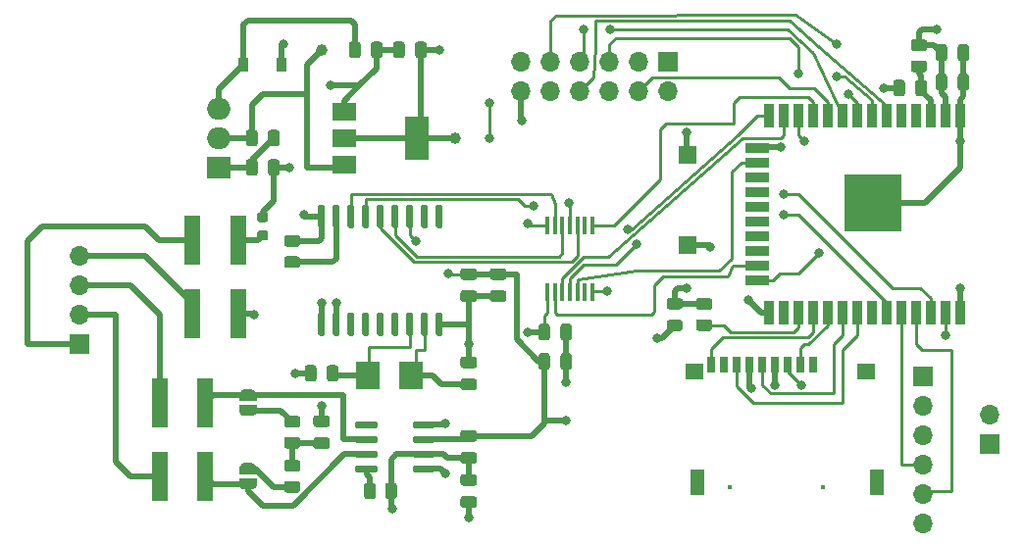
<source format=gbr>
%TF.GenerationSoftware,KiCad,Pcbnew,(5.1.9)-1*%
%TF.CreationDate,2021-06-15T18:17:50-05:00*%
%TF.ProjectId,SLKCAN,534c4b43-414e-42e6-9b69-6361645f7063,rev?*%
%TF.SameCoordinates,Original*%
%TF.FileFunction,Copper,L1,Top*%
%TF.FilePolarity,Positive*%
%FSLAX46Y46*%
G04 Gerber Fmt 4.6, Leading zero omitted, Abs format (unit mm)*
G04 Created by KiCad (PCBNEW (5.1.9)-1) date 2021-06-15 18:17:50*
%MOMM*%
%LPD*%
G01*
G04 APERTURE LIST*
%TA.AperFunction,SMDPad,CuDef*%
%ADD10R,0.410000X1.570000*%
%TD*%
%TA.AperFunction,ComponentPad*%
%ADD11O,2.000000X1.905000*%
%TD*%
%TA.AperFunction,ComponentPad*%
%ADD12R,2.000000X1.905000*%
%TD*%
%TA.AperFunction,SMDPad,CuDef*%
%ADD13R,1.400000X4.200000*%
%TD*%
%TA.AperFunction,SMDPad,CuDef*%
%ADD14R,2.000000X2.400000*%
%TD*%
%TA.AperFunction,SMDPad,CuDef*%
%ADD15R,0.900000X2.000000*%
%TD*%
%TA.AperFunction,SMDPad,CuDef*%
%ADD16R,2.000000X0.900000*%
%TD*%
%TA.AperFunction,SMDPad,CuDef*%
%ADD17R,5.000000X5.000000*%
%TD*%
%TA.AperFunction,SMDPad,CuDef*%
%ADD18R,2.000000X1.500000*%
%TD*%
%TA.AperFunction,SMDPad,CuDef*%
%ADD19R,2.000000X3.800000*%
%TD*%
%TA.AperFunction,SMDPad,CuDef*%
%ADD20C,1.000000*%
%TD*%
%TA.AperFunction,SMDPad,CuDef*%
%ADD21R,1.500000X1.500000*%
%TD*%
%TA.AperFunction,SMDPad,CuDef*%
%ADD22C,0.100000*%
%TD*%
%TA.AperFunction,ComponentPad*%
%ADD23O,1.700000X1.700000*%
%TD*%
%TA.AperFunction,ComponentPad*%
%ADD24R,1.700000X1.700000*%
%TD*%
%TA.AperFunction,SMDPad,CuDef*%
%ADD25R,1.200000X2.200000*%
%TD*%
%TA.AperFunction,SMDPad,CuDef*%
%ADD26R,1.600000X1.400000*%
%TD*%
%TA.AperFunction,ComponentPad*%
%ADD27C,0.450000*%
%TD*%
%TA.AperFunction,SMDPad,CuDef*%
%ADD28R,0.700000X1.400000*%
%TD*%
%TA.AperFunction,SMDPad,CuDef*%
%ADD29R,0.900000X1.200000*%
%TD*%
%TA.AperFunction,ViaPad*%
%ADD30C,0.800000*%
%TD*%
%TA.AperFunction,Conductor*%
%ADD31C,0.508000*%
%TD*%
%TA.AperFunction,Conductor*%
%ADD32C,0.250000*%
%TD*%
G04 APERTURE END LIST*
D10*
%TO.P,U6,14*%
%TO.N,+5V*%
X150294303Y-87539275D03*
%TO.P,U6,13*%
%TO.N,CAN_\u002ACS*%
X150944303Y-87539275D03*
%TO.P,U6,12*%
%TO.N,CAN_SCK*%
X151594303Y-87539275D03*
%TO.P,U6,11*%
%TO.N,CAN_SO*%
X152244303Y-87539275D03*
%TO.P,U6,10*%
%TO.N,CAN_SI*%
X152894303Y-87539275D03*
%TO.P,U6,9*%
%TO.N,N/C*%
X153544303Y-87539275D03*
%TO.P,U6,8*%
%TO.N,GPIO26_EN*%
X154194303Y-87539275D03*
%TO.P,U6,7*%
%TO.N,GND*%
X154194303Y-93279275D03*
%TO.P,U6,6*%
%TO.N,N/C*%
X153544303Y-93279275D03*
%TO.P,U6,5*%
%TO.N,GPIO13_MOSI*%
X152894303Y-93279275D03*
%TO.P,U6,4*%
%TO.N,GPIO12_MISO*%
X152244303Y-93279275D03*
%TO.P,U6,3*%
%TO.N,GPIO14_CLK*%
X151594303Y-93279275D03*
%TO.P,U6,2*%
%TO.N,GPIO15_CS*%
X150944303Y-93279275D03*
%TO.P,U6,1*%
%TO.N,+3V3*%
X150294303Y-93279275D03*
%TD*%
D11*
%TO.P,U2,3*%
%TO.N,Net-(C1-Pad1)*%
X121920000Y-77470000D03*
%TO.P,U2,2*%
%TO.N,+5V*%
X121920000Y-80010000D03*
D12*
%TO.P,U2,1*%
%TO.N,GND*%
X121920000Y-82550000D03*
%TD*%
D13*
%TO.P,L4,1*%
%TO.N,Net-(J2-Pad4)*%
X119686989Y-95147279D03*
%TO.P,L4,2*%
%TO.N,GND*%
X123586989Y-95147279D03*
%TD*%
%TO.P,L3,1*%
%TO.N,Net-(J2-Pad3)*%
X116840000Y-102870000D03*
%TO.P,L3,2*%
%TO.N,CAN_L*%
X120740000Y-102870000D03*
%TD*%
%TO.P,L2,1*%
%TO.N,Net-(J2-Pad2)*%
X116840000Y-109220000D03*
%TO.P,L2,2*%
%TO.N,CAN_H*%
X120740000Y-109220000D03*
%TD*%
%TO.P,L1,1*%
%TO.N,Net-(J2-Pad1)*%
X119686989Y-88797279D03*
%TO.P,L1,2*%
%TO.N,Net-(F1-Pad2)*%
X123586989Y-88797279D03*
%TD*%
D14*
%TO.P,Y1,2*%
%TO.N,Net-(C7-Pad1)*%
X134802821Y-100487227D03*
%TO.P,Y1,1*%
%TO.N,Net-(C8-Pad1)*%
X138502821Y-100487227D03*
%TD*%
%TO.P,U5,8*%
%TO.N,Net-(R2-Pad1)*%
%TA.AperFunction,SMDPad,CuDef*%
G36*
G01*
X135660000Y-108435000D02*
X135660000Y-108735000D01*
G75*
G02*
X135510000Y-108885000I-150000J0D01*
G01*
X133860000Y-108885000D01*
G75*
G02*
X133710000Y-108735000I0J150000D01*
G01*
X133710000Y-108435000D01*
G75*
G02*
X133860000Y-108285000I150000J0D01*
G01*
X135510000Y-108285000D01*
G75*
G02*
X135660000Y-108435000I0J-150000D01*
G01*
G37*
%TD.AperFunction*%
%TO.P,U5,7*%
%TO.N,CAN_H*%
%TA.AperFunction,SMDPad,CuDef*%
G36*
G01*
X135660000Y-107165000D02*
X135660000Y-107465000D01*
G75*
G02*
X135510000Y-107615000I-150000J0D01*
G01*
X133860000Y-107615000D01*
G75*
G02*
X133710000Y-107465000I0J150000D01*
G01*
X133710000Y-107165000D01*
G75*
G02*
X133860000Y-107015000I150000J0D01*
G01*
X135510000Y-107015000D01*
G75*
G02*
X135660000Y-107165000I0J-150000D01*
G01*
G37*
%TD.AperFunction*%
%TO.P,U5,6*%
%TO.N,CAN_L*%
%TA.AperFunction,SMDPad,CuDef*%
G36*
G01*
X135660000Y-105895000D02*
X135660000Y-106195000D01*
G75*
G02*
X135510000Y-106345000I-150000J0D01*
G01*
X133860000Y-106345000D01*
G75*
G02*
X133710000Y-106195000I0J150000D01*
G01*
X133710000Y-105895000D01*
G75*
G02*
X133860000Y-105745000I150000J0D01*
G01*
X135510000Y-105745000D01*
G75*
G02*
X135660000Y-105895000I0J-150000D01*
G01*
G37*
%TD.AperFunction*%
%TO.P,U5,5*%
%TO.N,Net-(U5-Pad5)*%
%TA.AperFunction,SMDPad,CuDef*%
G36*
G01*
X135660000Y-104625000D02*
X135660000Y-104925000D01*
G75*
G02*
X135510000Y-105075000I-150000J0D01*
G01*
X133860000Y-105075000D01*
G75*
G02*
X133710000Y-104925000I0J150000D01*
G01*
X133710000Y-104625000D01*
G75*
G02*
X133860000Y-104475000I150000J0D01*
G01*
X135510000Y-104475000D01*
G75*
G02*
X135660000Y-104625000I0J-150000D01*
G01*
G37*
%TD.AperFunction*%
%TO.P,U5,4*%
%TO.N,Net-(U4-Pad2)*%
%TA.AperFunction,SMDPad,CuDef*%
G36*
G01*
X140610000Y-104625000D02*
X140610000Y-104925000D01*
G75*
G02*
X140460000Y-105075000I-150000J0D01*
G01*
X138810000Y-105075000D01*
G75*
G02*
X138660000Y-104925000I0J150000D01*
G01*
X138660000Y-104625000D01*
G75*
G02*
X138810000Y-104475000I150000J0D01*
G01*
X140460000Y-104475000D01*
G75*
G02*
X140610000Y-104625000I0J-150000D01*
G01*
G37*
%TD.AperFunction*%
%TO.P,U5,3*%
%TO.N,+5V*%
%TA.AperFunction,SMDPad,CuDef*%
G36*
G01*
X140610000Y-105895000D02*
X140610000Y-106195000D01*
G75*
G02*
X140460000Y-106345000I-150000J0D01*
G01*
X138810000Y-106345000D01*
G75*
G02*
X138660000Y-106195000I0J150000D01*
G01*
X138660000Y-105895000D01*
G75*
G02*
X138810000Y-105745000I150000J0D01*
G01*
X140460000Y-105745000D01*
G75*
G02*
X140610000Y-105895000I0J-150000D01*
G01*
G37*
%TD.AperFunction*%
%TO.P,U5,2*%
%TO.N,GND*%
%TA.AperFunction,SMDPad,CuDef*%
G36*
G01*
X140610000Y-107165000D02*
X140610000Y-107465000D01*
G75*
G02*
X140460000Y-107615000I-150000J0D01*
G01*
X138810000Y-107615000D01*
G75*
G02*
X138660000Y-107465000I0J150000D01*
G01*
X138660000Y-107165000D01*
G75*
G02*
X138810000Y-107015000I150000J0D01*
G01*
X140460000Y-107015000D01*
G75*
G02*
X140610000Y-107165000I0J-150000D01*
G01*
G37*
%TD.AperFunction*%
%TO.P,U5,1*%
%TO.N,Net-(U4-Pad1)*%
%TA.AperFunction,SMDPad,CuDef*%
G36*
G01*
X140610000Y-108435000D02*
X140610000Y-108735000D01*
G75*
G02*
X140460000Y-108885000I-150000J0D01*
G01*
X138810000Y-108885000D01*
G75*
G02*
X138660000Y-108735000I0J150000D01*
G01*
X138660000Y-108435000D01*
G75*
G02*
X138810000Y-108285000I150000J0D01*
G01*
X140460000Y-108285000D01*
G75*
G02*
X140610000Y-108435000I0J-150000D01*
G01*
G37*
%TD.AperFunction*%
%TD*%
%TO.P,U4,18*%
%TO.N,+5V*%
%TA.AperFunction,SMDPad,CuDef*%
G36*
G01*
X130960000Y-87815000D02*
X130660000Y-87815000D01*
G75*
G02*
X130510000Y-87665000I0J150000D01*
G01*
X130510000Y-85915000D01*
G75*
G02*
X130660000Y-85765000I150000J0D01*
G01*
X130960000Y-85765000D01*
G75*
G02*
X131110000Y-85915000I0J-150000D01*
G01*
X131110000Y-87665000D01*
G75*
G02*
X130960000Y-87815000I-150000J0D01*
G01*
G37*
%TD.AperFunction*%
%TO.P,U4,17*%
%TO.N,Net-(R3-Pad2)*%
%TA.AperFunction,SMDPad,CuDef*%
G36*
G01*
X132230000Y-87815000D02*
X131930000Y-87815000D01*
G75*
G02*
X131780000Y-87665000I0J150000D01*
G01*
X131780000Y-85915000D01*
G75*
G02*
X131930000Y-85765000I150000J0D01*
G01*
X132230000Y-85765000D01*
G75*
G02*
X132380000Y-85915000I0J-150000D01*
G01*
X132380000Y-87665000D01*
G75*
G02*
X132230000Y-87815000I-150000J0D01*
G01*
G37*
%TD.AperFunction*%
%TO.P,U4,16*%
%TO.N,CAN_\u002ACS*%
%TA.AperFunction,SMDPad,CuDef*%
G36*
G01*
X133500000Y-87815000D02*
X133200000Y-87815000D01*
G75*
G02*
X133050000Y-87665000I0J150000D01*
G01*
X133050000Y-85915000D01*
G75*
G02*
X133200000Y-85765000I150000J0D01*
G01*
X133500000Y-85765000D01*
G75*
G02*
X133650000Y-85915000I0J-150000D01*
G01*
X133650000Y-87665000D01*
G75*
G02*
X133500000Y-87815000I-150000J0D01*
G01*
G37*
%TD.AperFunction*%
%TO.P,U4,15*%
%TO.N,CAN_SO*%
%TA.AperFunction,SMDPad,CuDef*%
G36*
G01*
X134770000Y-87815000D02*
X134470000Y-87815000D01*
G75*
G02*
X134320000Y-87665000I0J150000D01*
G01*
X134320000Y-85915000D01*
G75*
G02*
X134470000Y-85765000I150000J0D01*
G01*
X134770000Y-85765000D01*
G75*
G02*
X134920000Y-85915000I0J-150000D01*
G01*
X134920000Y-87665000D01*
G75*
G02*
X134770000Y-87815000I-150000J0D01*
G01*
G37*
%TD.AperFunction*%
%TO.P,U4,14*%
%TO.N,CAN_SI*%
%TA.AperFunction,SMDPad,CuDef*%
G36*
G01*
X136040000Y-87815000D02*
X135740000Y-87815000D01*
G75*
G02*
X135590000Y-87665000I0J150000D01*
G01*
X135590000Y-85915000D01*
G75*
G02*
X135740000Y-85765000I150000J0D01*
G01*
X136040000Y-85765000D01*
G75*
G02*
X136190000Y-85915000I0J-150000D01*
G01*
X136190000Y-87665000D01*
G75*
G02*
X136040000Y-87815000I-150000J0D01*
G01*
G37*
%TD.AperFunction*%
%TO.P,U4,13*%
%TO.N,CAN_SCK*%
%TA.AperFunction,SMDPad,CuDef*%
G36*
G01*
X137310000Y-87815000D02*
X137010000Y-87815000D01*
G75*
G02*
X136860000Y-87665000I0J150000D01*
G01*
X136860000Y-85915000D01*
G75*
G02*
X137010000Y-85765000I150000J0D01*
G01*
X137310000Y-85765000D01*
G75*
G02*
X137460000Y-85915000I0J-150000D01*
G01*
X137460000Y-87665000D01*
G75*
G02*
X137310000Y-87815000I-150000J0D01*
G01*
G37*
%TD.AperFunction*%
%TO.P,U4,12*%
%TO.N,CAN_\u002AINT*%
%TA.AperFunction,SMDPad,CuDef*%
G36*
G01*
X138580000Y-87815000D02*
X138280000Y-87815000D01*
G75*
G02*
X138130000Y-87665000I0J150000D01*
G01*
X138130000Y-85915000D01*
G75*
G02*
X138280000Y-85765000I150000J0D01*
G01*
X138580000Y-85765000D01*
G75*
G02*
X138730000Y-85915000I0J-150000D01*
G01*
X138730000Y-87665000D01*
G75*
G02*
X138580000Y-87815000I-150000J0D01*
G01*
G37*
%TD.AperFunction*%
%TO.P,U4,11*%
%TO.N,Net-(U4-Pad11)*%
%TA.AperFunction,SMDPad,CuDef*%
G36*
G01*
X139850000Y-87815000D02*
X139550000Y-87815000D01*
G75*
G02*
X139400000Y-87665000I0J150000D01*
G01*
X139400000Y-85915000D01*
G75*
G02*
X139550000Y-85765000I150000J0D01*
G01*
X139850000Y-85765000D01*
G75*
G02*
X140000000Y-85915000I0J-150000D01*
G01*
X140000000Y-87665000D01*
G75*
G02*
X139850000Y-87815000I-150000J0D01*
G01*
G37*
%TD.AperFunction*%
%TO.P,U4,10*%
%TO.N,Net-(U4-Pad10)*%
%TA.AperFunction,SMDPad,CuDef*%
G36*
G01*
X141120000Y-87815000D02*
X140820000Y-87815000D01*
G75*
G02*
X140670000Y-87665000I0J150000D01*
G01*
X140670000Y-85915000D01*
G75*
G02*
X140820000Y-85765000I150000J0D01*
G01*
X141120000Y-85765000D01*
G75*
G02*
X141270000Y-85915000I0J-150000D01*
G01*
X141270000Y-87665000D01*
G75*
G02*
X141120000Y-87815000I-150000J0D01*
G01*
G37*
%TD.AperFunction*%
%TO.P,U4,9*%
%TO.N,GND*%
%TA.AperFunction,SMDPad,CuDef*%
G36*
G01*
X141120000Y-97115000D02*
X140820000Y-97115000D01*
G75*
G02*
X140670000Y-96965000I0J150000D01*
G01*
X140670000Y-95215000D01*
G75*
G02*
X140820000Y-95065000I150000J0D01*
G01*
X141120000Y-95065000D01*
G75*
G02*
X141270000Y-95215000I0J-150000D01*
G01*
X141270000Y-96965000D01*
G75*
G02*
X141120000Y-97115000I-150000J0D01*
G01*
G37*
%TD.AperFunction*%
%TO.P,U4,8*%
%TO.N,Net-(C8-Pad1)*%
%TA.AperFunction,SMDPad,CuDef*%
G36*
G01*
X139850000Y-97115000D02*
X139550000Y-97115000D01*
G75*
G02*
X139400000Y-96965000I0J150000D01*
G01*
X139400000Y-95215000D01*
G75*
G02*
X139550000Y-95065000I150000J0D01*
G01*
X139850000Y-95065000D01*
G75*
G02*
X140000000Y-95215000I0J-150000D01*
G01*
X140000000Y-96965000D01*
G75*
G02*
X139850000Y-97115000I-150000J0D01*
G01*
G37*
%TD.AperFunction*%
%TO.P,U4,7*%
%TO.N,Net-(C7-Pad1)*%
%TA.AperFunction,SMDPad,CuDef*%
G36*
G01*
X138580000Y-97115000D02*
X138280000Y-97115000D01*
G75*
G02*
X138130000Y-96965000I0J150000D01*
G01*
X138130000Y-95215000D01*
G75*
G02*
X138280000Y-95065000I150000J0D01*
G01*
X138580000Y-95065000D01*
G75*
G02*
X138730000Y-95215000I0J-150000D01*
G01*
X138730000Y-96965000D01*
G75*
G02*
X138580000Y-97115000I-150000J0D01*
G01*
G37*
%TD.AperFunction*%
%TO.P,U4,6*%
%TO.N,Net-(U4-Pad6)*%
%TA.AperFunction,SMDPad,CuDef*%
G36*
G01*
X137310000Y-97115000D02*
X137010000Y-97115000D01*
G75*
G02*
X136860000Y-96965000I0J150000D01*
G01*
X136860000Y-95215000D01*
G75*
G02*
X137010000Y-95065000I150000J0D01*
G01*
X137310000Y-95065000D01*
G75*
G02*
X137460000Y-95215000I0J-150000D01*
G01*
X137460000Y-96965000D01*
G75*
G02*
X137310000Y-97115000I-150000J0D01*
G01*
G37*
%TD.AperFunction*%
%TO.P,U4,5*%
%TO.N,Net-(U4-Pad5)*%
%TA.AperFunction,SMDPad,CuDef*%
G36*
G01*
X136040000Y-97115000D02*
X135740000Y-97115000D01*
G75*
G02*
X135590000Y-96965000I0J150000D01*
G01*
X135590000Y-95215000D01*
G75*
G02*
X135740000Y-95065000I150000J0D01*
G01*
X136040000Y-95065000D01*
G75*
G02*
X136190000Y-95215000I0J-150000D01*
G01*
X136190000Y-96965000D01*
G75*
G02*
X136040000Y-97115000I-150000J0D01*
G01*
G37*
%TD.AperFunction*%
%TO.P,U4,4*%
%TO.N,Net-(U4-Pad4)*%
%TA.AperFunction,SMDPad,CuDef*%
G36*
G01*
X134770000Y-97115000D02*
X134470000Y-97115000D01*
G75*
G02*
X134320000Y-96965000I0J150000D01*
G01*
X134320000Y-95215000D01*
G75*
G02*
X134470000Y-95065000I150000J0D01*
G01*
X134770000Y-95065000D01*
G75*
G02*
X134920000Y-95215000I0J-150000D01*
G01*
X134920000Y-96965000D01*
G75*
G02*
X134770000Y-97115000I-150000J0D01*
G01*
G37*
%TD.AperFunction*%
%TO.P,U4,3*%
%TO.N,Net-(U4-Pad3)*%
%TA.AperFunction,SMDPad,CuDef*%
G36*
G01*
X133500000Y-97115000D02*
X133200000Y-97115000D01*
G75*
G02*
X133050000Y-96965000I0J150000D01*
G01*
X133050000Y-95215000D01*
G75*
G02*
X133200000Y-95065000I150000J0D01*
G01*
X133500000Y-95065000D01*
G75*
G02*
X133650000Y-95215000I0J-150000D01*
G01*
X133650000Y-96965000D01*
G75*
G02*
X133500000Y-97115000I-150000J0D01*
G01*
G37*
%TD.AperFunction*%
%TO.P,U4,2*%
%TO.N,Net-(U4-Pad2)*%
%TA.AperFunction,SMDPad,CuDef*%
G36*
G01*
X132230000Y-97115000D02*
X131930000Y-97115000D01*
G75*
G02*
X131780000Y-96965000I0J150000D01*
G01*
X131780000Y-95215000D01*
G75*
G02*
X131930000Y-95065000I150000J0D01*
G01*
X132230000Y-95065000D01*
G75*
G02*
X132380000Y-95215000I0J-150000D01*
G01*
X132380000Y-96965000D01*
G75*
G02*
X132230000Y-97115000I-150000J0D01*
G01*
G37*
%TD.AperFunction*%
%TO.P,U4,1*%
%TO.N,Net-(U4-Pad1)*%
%TA.AperFunction,SMDPad,CuDef*%
G36*
G01*
X130960000Y-97115000D02*
X130660000Y-97115000D01*
G75*
G02*
X130510000Y-96965000I0J150000D01*
G01*
X130510000Y-95215000D01*
G75*
G02*
X130660000Y-95065000I150000J0D01*
G01*
X130960000Y-95065000D01*
G75*
G02*
X131110000Y-95215000I0J-150000D01*
G01*
X131110000Y-96965000D01*
G75*
G02*
X130960000Y-97115000I-150000J0D01*
G01*
G37*
%TD.AperFunction*%
%TD*%
D15*
%TO.P,U3,38*%
%TO.N,GND*%
X185899303Y-95099275D03*
%TO.P,U3,37*%
%TO.N,GPIO23_VMOSI*%
X184629303Y-95099275D03*
%TO.P,U3,36*%
%TO.N,AUX2*%
X183359303Y-95099275D03*
%TO.P,U3,35*%
%TO.N,UART0_TXD*%
X182089303Y-95099275D03*
%TO.P,U3,34*%
%TO.N,UART0_RXD*%
X180819303Y-95099275D03*
%TO.P,U3,33*%
%TO.N,AUX1*%
X179549303Y-95099275D03*
%TO.P,U3,32*%
%TO.N,Net-(U3-Pad32)*%
X178279303Y-95099275D03*
%TO.P,U3,31*%
%TO.N,GPIO19_VMISO*%
X177009303Y-95099275D03*
%TO.P,U3,30*%
%TO.N,GPIO18_VCLK*%
X175739303Y-95099275D03*
%TO.P,U3,29*%
%TO.N,GPIO_VCS*%
X174469303Y-95099275D03*
%TO.P,U3,28*%
%TO.N,SD_DETECT*%
X173199303Y-95099275D03*
%TO.P,U3,27*%
%TO.N,Net-(R6-Pad2)*%
X171929303Y-95099275D03*
%TO.P,U3,26*%
%TO.N,Net-(U3-Pad26)*%
X170659303Y-95099275D03*
%TO.P,U3,25*%
%TO.N,Net-(SW1-Pad1)*%
X169389303Y-95099275D03*
D16*
%TO.P,U3,24*%
%TO.N,AUX0*%
X168389303Y-92314275D03*
%TO.P,U3,23*%
%TO.N,GPIO15_CS*%
X168389303Y-91044275D03*
%TO.P,U3,22*%
%TO.N,Net-(U3-Pad22)*%
X168389303Y-89774275D03*
%TO.P,U3,21*%
%TO.N,Net-(U3-Pad21)*%
X168389303Y-88504275D03*
%TO.P,U3,20*%
%TO.N,Net-(U3-Pad20)*%
X168389303Y-87234275D03*
%TO.P,U3,19*%
%TO.N,Net-(U3-Pad19)*%
X168389303Y-85964275D03*
%TO.P,U3,18*%
%TO.N,Net-(U3-Pad18)*%
X168389303Y-84694275D03*
%TO.P,U3,17*%
%TO.N,Net-(U3-Pad17)*%
X168389303Y-83424275D03*
%TO.P,U3,16*%
%TO.N,GPIO13_MOSI*%
X168389303Y-82154275D03*
%TO.P,U3,15*%
%TO.N,GND*%
X168389303Y-80884275D03*
D15*
%TO.P,U3,14*%
%TO.N,GPIO12_MISO*%
X169389303Y-78099275D03*
%TO.P,U3,13*%
%TO.N,GPIO14_CLK*%
X170659303Y-78099275D03*
%TO.P,U3,12*%
%TO.N,AUX4*%
X171929303Y-78099275D03*
%TO.P,U3,11*%
%TO.N,GPIO26_EN*%
X173199303Y-78099275D03*
%TO.P,U3,10*%
%TO.N,AUX3*%
X174469303Y-78099275D03*
%TO.P,U3,9*%
%TO.N,AUX6*%
X175739303Y-78099275D03*
%TO.P,U3,8*%
%TO.N,AUX5*%
X177009303Y-78099275D03*
%TO.P,U3,7*%
%TO.N,CAN_\u002AINT*%
X178279303Y-78099275D03*
%TO.P,U3,6*%
%TO.N,AUX7*%
X179549303Y-78099275D03*
%TO.P,U3,5*%
%TO.N,Net-(U3-Pad5)*%
X180819303Y-78099275D03*
%TO.P,U3,4*%
%TO.N,Net-(U3-Pad4)*%
X182089303Y-78099275D03*
%TO.P,U3,3*%
%TO.N,Net-(C2-Pad1)*%
X183359303Y-78099275D03*
%TO.P,U3,2*%
%TO.N,+3V3*%
X184629303Y-78099275D03*
%TO.P,U3,1*%
%TO.N,GND*%
X185899303Y-78099275D03*
D17*
%TO.P,U3,39*%
X178399303Y-85599275D03*
%TD*%
D18*
%TO.P,U1,1*%
%TO.N,GND*%
X132740000Y-77710000D03*
%TO.P,U1,3*%
%TO.N,+5V*%
X132740000Y-82310000D03*
%TO.P,U1,2*%
%TO.N,+3V3*%
X132740000Y-80010000D03*
D19*
X139040000Y-80010000D03*
%TD*%
D20*
%TO.P,TP6,1*%
%TO.N,+5V*%
X130810000Y-72390000D03*
%TD*%
%TO.P,TP5,1*%
%TO.N,+3V3*%
X142369300Y-80017252D03*
%TD*%
D21*
%TO.P,SW1,2*%
%TO.N,GND*%
X162404303Y-81429275D03*
%TO.P,SW1,1*%
%TO.N,Net-(SW1-Pad1)*%
X162404303Y-89229275D03*
%TD*%
%TO.P,R6,2*%
%TO.N,Net-(R6-Pad2)*%
%TA.AperFunction,SMDPad,CuDef*%
G36*
G01*
X163379998Y-95650000D02*
X164280002Y-95650000D01*
G75*
G02*
X164530000Y-95899998I0J-249998D01*
G01*
X164530000Y-96425002D01*
G75*
G02*
X164280002Y-96675000I-249998J0D01*
G01*
X163379998Y-96675000D01*
G75*
G02*
X163130000Y-96425002I0J249998D01*
G01*
X163130000Y-95899998D01*
G75*
G02*
X163379998Y-95650000I249998J0D01*
G01*
G37*
%TD.AperFunction*%
%TO.P,R6,1*%
%TO.N,Net-(D2-Pad1)*%
%TA.AperFunction,SMDPad,CuDef*%
G36*
G01*
X163379998Y-93825000D02*
X164280002Y-93825000D01*
G75*
G02*
X164530000Y-94074998I0J-249998D01*
G01*
X164530000Y-94600002D01*
G75*
G02*
X164280002Y-94850000I-249998J0D01*
G01*
X163379998Y-94850000D01*
G75*
G02*
X163130000Y-94600002I0J249998D01*
G01*
X163130000Y-94074998D01*
G75*
G02*
X163379998Y-93825000I249998J0D01*
G01*
G37*
%TD.AperFunction*%
%TD*%
%TO.P,R5,2*%
%TO.N,Net-(C15-Pad1)*%
%TA.AperFunction,SMDPad,CuDef*%
G36*
G01*
X127819998Y-105810000D02*
X128720002Y-105810000D01*
G75*
G02*
X128970000Y-106059998I0J-249998D01*
G01*
X128970000Y-106585002D01*
G75*
G02*
X128720002Y-106835000I-249998J0D01*
G01*
X127819998Y-106835000D01*
G75*
G02*
X127570000Y-106585002I0J249998D01*
G01*
X127570000Y-106059998D01*
G75*
G02*
X127819998Y-105810000I249998J0D01*
G01*
G37*
%TD.AperFunction*%
%TO.P,R5,1*%
%TO.N,Net-(JP3-Pad1)*%
%TA.AperFunction,SMDPad,CuDef*%
G36*
G01*
X127819998Y-103985000D02*
X128720002Y-103985000D01*
G75*
G02*
X128970000Y-104234998I0J-249998D01*
G01*
X128970000Y-104760002D01*
G75*
G02*
X128720002Y-105010000I-249998J0D01*
G01*
X127819998Y-105010000D01*
G75*
G02*
X127570000Y-104760002I0J249998D01*
G01*
X127570000Y-104234998D01*
G75*
G02*
X127819998Y-103985000I249998J0D01*
G01*
G37*
%TD.AperFunction*%
%TD*%
%TO.P,R4,2*%
%TO.N,Net-(JP2-Pad2)*%
%TA.AperFunction,SMDPad,CuDef*%
G36*
G01*
X127819998Y-109620000D02*
X128720002Y-109620000D01*
G75*
G02*
X128970000Y-109869998I0J-249998D01*
G01*
X128970000Y-110395002D01*
G75*
G02*
X128720002Y-110645000I-249998J0D01*
G01*
X127819998Y-110645000D01*
G75*
G02*
X127570000Y-110395002I0J249998D01*
G01*
X127570000Y-109869998D01*
G75*
G02*
X127819998Y-109620000I249998J0D01*
G01*
G37*
%TD.AperFunction*%
%TO.P,R4,1*%
%TO.N,Net-(C15-Pad1)*%
%TA.AperFunction,SMDPad,CuDef*%
G36*
G01*
X127819998Y-107795000D02*
X128720002Y-107795000D01*
G75*
G02*
X128970000Y-108044998I0J-249998D01*
G01*
X128970000Y-108570002D01*
G75*
G02*
X128720002Y-108820000I-249998J0D01*
G01*
X127819998Y-108820000D01*
G75*
G02*
X127570000Y-108570002I0J249998D01*
G01*
X127570000Y-108044998D01*
G75*
G02*
X127819998Y-107795000I249998J0D01*
G01*
G37*
%TD.AperFunction*%
%TD*%
%TO.P,R3,2*%
%TO.N,Net-(R3-Pad2)*%
%TA.AperFunction,SMDPad,CuDef*%
G36*
G01*
X127819998Y-90212500D02*
X128720002Y-90212500D01*
G75*
G02*
X128970000Y-90462498I0J-249998D01*
G01*
X128970000Y-90987502D01*
G75*
G02*
X128720002Y-91237500I-249998J0D01*
G01*
X127819998Y-91237500D01*
G75*
G02*
X127570000Y-90987502I0J249998D01*
G01*
X127570000Y-90462498D01*
G75*
G02*
X127819998Y-90212500I249998J0D01*
G01*
G37*
%TD.AperFunction*%
%TO.P,R3,1*%
%TO.N,+5V*%
%TA.AperFunction,SMDPad,CuDef*%
G36*
G01*
X127819998Y-88387500D02*
X128720002Y-88387500D01*
G75*
G02*
X128970000Y-88637498I0J-249998D01*
G01*
X128970000Y-89162502D01*
G75*
G02*
X128720002Y-89412500I-249998J0D01*
G01*
X127819998Y-89412500D01*
G75*
G02*
X127570000Y-89162502I0J249998D01*
G01*
X127570000Y-88637498D01*
G75*
G02*
X127819998Y-88387500I249998J0D01*
G01*
G37*
%TD.AperFunction*%
%TD*%
%TO.P,R2,2*%
%TO.N,GND*%
%TA.AperFunction,SMDPad,CuDef*%
G36*
G01*
X136290000Y-110940002D02*
X136290000Y-110039998D01*
G75*
G02*
X136539998Y-109790000I249998J0D01*
G01*
X137065002Y-109790000D01*
G75*
G02*
X137315000Y-110039998I0J-249998D01*
G01*
X137315000Y-110940002D01*
G75*
G02*
X137065002Y-111190000I-249998J0D01*
G01*
X136539998Y-111190000D01*
G75*
G02*
X136290000Y-110940002I0J249998D01*
G01*
G37*
%TD.AperFunction*%
%TO.P,R2,1*%
%TO.N,Net-(R2-Pad1)*%
%TA.AperFunction,SMDPad,CuDef*%
G36*
G01*
X134465000Y-110940002D02*
X134465000Y-110039998D01*
G75*
G02*
X134714998Y-109790000I249998J0D01*
G01*
X135240002Y-109790000D01*
G75*
G02*
X135490000Y-110039998I0J-249998D01*
G01*
X135490000Y-110940002D01*
G75*
G02*
X135240002Y-111190000I-249998J0D01*
G01*
X134714998Y-111190000D01*
G75*
G02*
X134465000Y-110940002I0J249998D01*
G01*
G37*
%TD.AperFunction*%
%TD*%
%TO.P,R1,2*%
%TO.N,Net-(C2-Pad1)*%
%TA.AperFunction,SMDPad,CuDef*%
G36*
G01*
X181921998Y-73298000D02*
X182822002Y-73298000D01*
G75*
G02*
X183072000Y-73547998I0J-249998D01*
G01*
X183072000Y-74073002D01*
G75*
G02*
X182822002Y-74323000I-249998J0D01*
G01*
X181921998Y-74323000D01*
G75*
G02*
X181672000Y-74073002I0J249998D01*
G01*
X181672000Y-73547998D01*
G75*
G02*
X181921998Y-73298000I249998J0D01*
G01*
G37*
%TD.AperFunction*%
%TO.P,R1,1*%
%TO.N,+3V3*%
%TA.AperFunction,SMDPad,CuDef*%
G36*
G01*
X181921998Y-71473000D02*
X182822002Y-71473000D01*
G75*
G02*
X183072000Y-71722998I0J-249998D01*
G01*
X183072000Y-72248002D01*
G75*
G02*
X182822002Y-72498000I-249998J0D01*
G01*
X181921998Y-72498000D01*
G75*
G02*
X181672000Y-72248002I0J249998D01*
G01*
X181672000Y-71722998D01*
G75*
G02*
X181921998Y-71473000I249998J0D01*
G01*
G37*
%TD.AperFunction*%
%TD*%
%TA.AperFunction,SMDPad,CuDef*%
D22*
%TO.P,JP3,2*%
%TO.N,CAN_L*%
G36*
X123710602Y-102220000D02*
G01*
X123710602Y-102195466D01*
X123715412Y-102146635D01*
X123724984Y-102098510D01*
X123739228Y-102051555D01*
X123758005Y-102006222D01*
X123781136Y-101962949D01*
X123808396Y-101922150D01*
X123839524Y-101884221D01*
X123874221Y-101849524D01*
X123912150Y-101818396D01*
X123952949Y-101791136D01*
X123996222Y-101768005D01*
X124041555Y-101749228D01*
X124088510Y-101734984D01*
X124136635Y-101725412D01*
X124185466Y-101720602D01*
X124210000Y-101720602D01*
X124210000Y-101720000D01*
X124710000Y-101720000D01*
X124710000Y-101720602D01*
X124734534Y-101720602D01*
X124783365Y-101725412D01*
X124831490Y-101734984D01*
X124878445Y-101749228D01*
X124923778Y-101768005D01*
X124967051Y-101791136D01*
X125007850Y-101818396D01*
X125045779Y-101849524D01*
X125080476Y-101884221D01*
X125111604Y-101922150D01*
X125138864Y-101962949D01*
X125161995Y-102006222D01*
X125180772Y-102051555D01*
X125195016Y-102098510D01*
X125204588Y-102146635D01*
X125209398Y-102195466D01*
X125209398Y-102220000D01*
X125210000Y-102220000D01*
X125210000Y-102720000D01*
X123710000Y-102720000D01*
X123710000Y-102220000D01*
X123710602Y-102220000D01*
G37*
%TD.AperFunction*%
%TA.AperFunction,SMDPad,CuDef*%
%TO.P,JP3,1*%
%TO.N,Net-(JP3-Pad1)*%
G36*
X125210000Y-103020000D02*
G01*
X125210000Y-103520000D01*
X125209398Y-103520000D01*
X125209398Y-103544534D01*
X125204588Y-103593365D01*
X125195016Y-103641490D01*
X125180772Y-103688445D01*
X125161995Y-103733778D01*
X125138864Y-103777051D01*
X125111604Y-103817850D01*
X125080476Y-103855779D01*
X125045779Y-103890476D01*
X125007850Y-103921604D01*
X124967051Y-103948864D01*
X124923778Y-103971995D01*
X124878445Y-103990772D01*
X124831490Y-104005016D01*
X124783365Y-104014588D01*
X124734534Y-104019398D01*
X124710000Y-104019398D01*
X124710000Y-104020000D01*
X124210000Y-104020000D01*
X124210000Y-104019398D01*
X124185466Y-104019398D01*
X124136635Y-104014588D01*
X124088510Y-104005016D01*
X124041555Y-103990772D01*
X123996222Y-103971995D01*
X123952949Y-103948864D01*
X123912150Y-103921604D01*
X123874221Y-103890476D01*
X123839524Y-103855779D01*
X123808396Y-103817850D01*
X123781136Y-103777051D01*
X123758005Y-103733778D01*
X123739228Y-103688445D01*
X123724984Y-103641490D01*
X123715412Y-103593365D01*
X123710602Y-103544534D01*
X123710602Y-103520000D01*
X123710000Y-103520000D01*
X123710000Y-103020000D01*
X125210000Y-103020000D01*
G37*
%TD.AperFunction*%
%TD*%
%TA.AperFunction,SMDPad,CuDef*%
%TO.P,JP2,2*%
%TO.N,Net-(JP2-Pad2)*%
G36*
X123710602Y-108570000D02*
G01*
X123710602Y-108545466D01*
X123715412Y-108496635D01*
X123724984Y-108448510D01*
X123739228Y-108401555D01*
X123758005Y-108356222D01*
X123781136Y-108312949D01*
X123808396Y-108272150D01*
X123839524Y-108234221D01*
X123874221Y-108199524D01*
X123912150Y-108168396D01*
X123952949Y-108141136D01*
X123996222Y-108118005D01*
X124041555Y-108099228D01*
X124088510Y-108084984D01*
X124136635Y-108075412D01*
X124185466Y-108070602D01*
X124210000Y-108070602D01*
X124210000Y-108070000D01*
X124710000Y-108070000D01*
X124710000Y-108070602D01*
X124734534Y-108070602D01*
X124783365Y-108075412D01*
X124831490Y-108084984D01*
X124878445Y-108099228D01*
X124923778Y-108118005D01*
X124967051Y-108141136D01*
X125007850Y-108168396D01*
X125045779Y-108199524D01*
X125080476Y-108234221D01*
X125111604Y-108272150D01*
X125138864Y-108312949D01*
X125161995Y-108356222D01*
X125180772Y-108401555D01*
X125195016Y-108448510D01*
X125204588Y-108496635D01*
X125209398Y-108545466D01*
X125209398Y-108570000D01*
X125210000Y-108570000D01*
X125210000Y-109070000D01*
X123710000Y-109070000D01*
X123710000Y-108570000D01*
X123710602Y-108570000D01*
G37*
%TD.AperFunction*%
%TA.AperFunction,SMDPad,CuDef*%
%TO.P,JP2,1*%
%TO.N,CAN_H*%
G36*
X125210000Y-109370000D02*
G01*
X125210000Y-109870000D01*
X125209398Y-109870000D01*
X125209398Y-109894534D01*
X125204588Y-109943365D01*
X125195016Y-109991490D01*
X125180772Y-110038445D01*
X125161995Y-110083778D01*
X125138864Y-110127051D01*
X125111604Y-110167850D01*
X125080476Y-110205779D01*
X125045779Y-110240476D01*
X125007850Y-110271604D01*
X124967051Y-110298864D01*
X124923778Y-110321995D01*
X124878445Y-110340772D01*
X124831490Y-110355016D01*
X124783365Y-110364588D01*
X124734534Y-110369398D01*
X124710000Y-110369398D01*
X124710000Y-110370000D01*
X124210000Y-110370000D01*
X124210000Y-110369398D01*
X124185466Y-110369398D01*
X124136635Y-110364588D01*
X124088510Y-110355016D01*
X124041555Y-110340772D01*
X123996222Y-110321995D01*
X123952949Y-110298864D01*
X123912150Y-110271604D01*
X123874221Y-110240476D01*
X123839524Y-110205779D01*
X123808396Y-110167850D01*
X123781136Y-110127051D01*
X123758005Y-110083778D01*
X123739228Y-110038445D01*
X123724984Y-109991490D01*
X123715412Y-109943365D01*
X123710602Y-109894534D01*
X123710602Y-109870000D01*
X123710000Y-109870000D01*
X123710000Y-109370000D01*
X125210000Y-109370000D01*
G37*
%TD.AperFunction*%
%TD*%
D23*
%TO.P,JP1,2*%
%TO.N,+5V*%
X188468000Y-103886000D03*
D24*
%TO.P,JP1,1*%
%TO.N,Net-(J1-Pad3)*%
X188468000Y-106426000D03*
%TD*%
D23*
%TO.P,J4,12*%
%TO.N,+5V*%
X148044993Y-75946495D03*
%TO.P,J4,11*%
%TO.N,GND*%
X148044993Y-73406495D03*
%TO.P,J4,10*%
%TO.N,+3V3*%
X150584993Y-75946495D03*
%TO.P,J4,9*%
%TO.N,CAN_\u002AINT*%
X150584993Y-73406495D03*
%TO.P,J4,8*%
%TO.N,AUX7*%
X153124993Y-75946495D03*
%TO.P,J4,7*%
%TO.N,AUX6*%
X153124993Y-73406495D03*
%TO.P,J4,6*%
%TO.N,AUX5*%
X155664993Y-75946495D03*
%TO.P,J4,5*%
%TO.N,AUX4*%
X155664993Y-73406495D03*
%TO.P,J4,4*%
%TO.N,AUX3*%
X158204993Y-75946495D03*
%TO.P,J4,3*%
%TO.N,AUX2*%
X158204993Y-73406495D03*
%TO.P,J4,2*%
%TO.N,AUX1*%
X160744993Y-75946495D03*
D24*
%TO.P,J4,1*%
%TO.N,AUX0*%
X160744993Y-73406495D03*
%TD*%
D25*
%TO.P,J3,MP4*%
%TO.N,Net-(J3-PadMP4)*%
X178744689Y-109740283D03*
%TO.P,J3,MP3*%
%TO.N,Net-(J3-PadMP3)*%
X163244689Y-109740283D03*
D26*
%TO.P,J3,MP2*%
%TO.N,Net-(J3-PadMP2)*%
X177844689Y-100140283D03*
%TO.P,J3,MP1*%
%TO.N,Net-(J3-PadMP1)*%
X162994689Y-100140283D03*
D27*
%TO.P,J3,15*%
%TO.N,N/C*%
X174044689Y-110140283D03*
%TO.P,J3,14*%
X166044689Y-110140283D03*
D28*
%TO.P,J3,9*%
%TO.N,SD_DETECT*%
X164444689Y-99540283D03*
%TO.P,J3,8*%
%TO.N,Net-(J3-Pad8)*%
X165544689Y-99540283D03*
%TO.P,J3,7*%
%TO.N,GPIO19_VMISO*%
X166644689Y-99540283D03*
%TO.P,J3,6*%
%TO.N,GND*%
X167744689Y-99540283D03*
%TO.P,J3,5*%
%TO.N,GPIO18_VCLK*%
X168844689Y-99540283D03*
%TO.P,J3,4*%
%TO.N,+3V3*%
X169944689Y-99540283D03*
%TO.P,J3,3*%
%TO.N,GPIO23_VMOSI*%
X171044689Y-99540283D03*
%TO.P,J3,2*%
%TO.N,GPIO_VCS*%
X172144689Y-99540283D03*
%TO.P,J3,1*%
%TO.N,Net-(J3-Pad1)*%
X173244689Y-99540283D03*
%TD*%
D23*
%TO.P,J2,4*%
%TO.N,Net-(J2-Pad4)*%
X109883783Y-90152253D03*
%TO.P,J2,3*%
%TO.N,Net-(J2-Pad3)*%
X109883783Y-92692253D03*
%TO.P,J2,2*%
%TO.N,Net-(J2-Pad2)*%
X109883783Y-95232253D03*
D24*
%TO.P,J2,1*%
%TO.N,Net-(J2-Pad1)*%
X109883783Y-97772253D03*
%TD*%
D23*
%TO.P,J1,6*%
%TO.N,Net-(J1-Pad6)*%
X182724303Y-113269275D03*
%TO.P,J1,5*%
%TO.N,UART0_TXD*%
X182724303Y-110729275D03*
%TO.P,J1,4*%
%TO.N,UART0_RXD*%
X182724303Y-108189275D03*
%TO.P,J1,3*%
%TO.N,Net-(J1-Pad3)*%
X182724303Y-105649275D03*
%TO.P,J1,2*%
%TO.N,Net-(J1-Pad2)*%
X182724303Y-103109275D03*
D24*
%TO.P,J1,1*%
%TO.N,GND*%
X182724303Y-100569275D03*
%TD*%
%TO.P,F1,2*%
%TO.N,Net-(F1-Pad2)*%
%TA.AperFunction,SMDPad,CuDef*%
G36*
G01*
X125473750Y-87980000D02*
X125986250Y-87980000D01*
G75*
G02*
X126205000Y-88198750I0J-218750D01*
G01*
X126205000Y-88636250D01*
G75*
G02*
X125986250Y-88855000I-218750J0D01*
G01*
X125473750Y-88855000D01*
G75*
G02*
X125255000Y-88636250I0J218750D01*
G01*
X125255000Y-88198750D01*
G75*
G02*
X125473750Y-87980000I218750J0D01*
G01*
G37*
%TD.AperFunction*%
%TO.P,F1,1*%
%TO.N,Net-(C11-Pad1)*%
%TA.AperFunction,SMDPad,CuDef*%
G36*
G01*
X125473750Y-86405000D02*
X125986250Y-86405000D01*
G75*
G02*
X126205000Y-86623750I0J-218750D01*
G01*
X126205000Y-87061250D01*
G75*
G02*
X125986250Y-87280000I-218750J0D01*
G01*
X125473750Y-87280000D01*
G75*
G02*
X125255000Y-87061250I0J218750D01*
G01*
X125255000Y-86623750D01*
G75*
G02*
X125473750Y-86405000I218750J0D01*
G01*
G37*
%TD.AperFunction*%
%TD*%
%TO.P,D2,2*%
%TO.N,+3V3*%
%TA.AperFunction,SMDPad,CuDef*%
G36*
G01*
X160833750Y-95700000D02*
X161746250Y-95700000D01*
G75*
G02*
X161990000Y-95943750I0J-243750D01*
G01*
X161990000Y-96431250D01*
G75*
G02*
X161746250Y-96675000I-243750J0D01*
G01*
X160833750Y-96675000D01*
G75*
G02*
X160590000Y-96431250I0J243750D01*
G01*
X160590000Y-95943750D01*
G75*
G02*
X160833750Y-95700000I243750J0D01*
G01*
G37*
%TD.AperFunction*%
%TO.P,D2,1*%
%TO.N,Net-(D2-Pad1)*%
%TA.AperFunction,SMDPad,CuDef*%
G36*
G01*
X160833750Y-93825000D02*
X161746250Y-93825000D01*
G75*
G02*
X161990000Y-94068750I0J-243750D01*
G01*
X161990000Y-94556250D01*
G75*
G02*
X161746250Y-94800000I-243750J0D01*
G01*
X160833750Y-94800000D01*
G75*
G02*
X160590000Y-94556250I0J243750D01*
G01*
X160590000Y-94068750D01*
G75*
G02*
X160833750Y-93825000I243750J0D01*
G01*
G37*
%TD.AperFunction*%
%TD*%
D29*
%TO.P,D1,2*%
%TO.N,Net-(C11-Pad1)*%
X127380000Y-73660000D03*
%TO.P,D1,1*%
%TO.N,Net-(C1-Pad1)*%
X124080000Y-73660000D03*
%TD*%
%TO.P,C16,2*%
%TO.N,+3V3*%
%TA.AperFunction,SMDPad,CuDef*%
G36*
G01*
X143035000Y-110940000D02*
X143985000Y-110940000D01*
G75*
G02*
X144235000Y-111190000I0J-250000D01*
G01*
X144235000Y-111690000D01*
G75*
G02*
X143985000Y-111940000I-250000J0D01*
G01*
X143035000Y-111940000D01*
G75*
G02*
X142785000Y-111690000I0J250000D01*
G01*
X142785000Y-111190000D01*
G75*
G02*
X143035000Y-110940000I250000J0D01*
G01*
G37*
%TD.AperFunction*%
%TO.P,C16,1*%
%TO.N,GND*%
%TA.AperFunction,SMDPad,CuDef*%
G36*
G01*
X143035000Y-109040000D02*
X143985000Y-109040000D01*
G75*
G02*
X144235000Y-109290000I0J-250000D01*
G01*
X144235000Y-109790000D01*
G75*
G02*
X143985000Y-110040000I-250000J0D01*
G01*
X143035000Y-110040000D01*
G75*
G02*
X142785000Y-109790000I0J250000D01*
G01*
X142785000Y-109290000D01*
G75*
G02*
X143035000Y-109040000I250000J0D01*
G01*
G37*
%TD.AperFunction*%
%TD*%
%TO.P,C15,2*%
%TO.N,GND*%
%TA.AperFunction,SMDPad,CuDef*%
G36*
G01*
X131285000Y-104960000D02*
X130335000Y-104960000D01*
G75*
G02*
X130085000Y-104710000I0J250000D01*
G01*
X130085000Y-104210000D01*
G75*
G02*
X130335000Y-103960000I250000J0D01*
G01*
X131285000Y-103960000D01*
G75*
G02*
X131535000Y-104210000I0J-250000D01*
G01*
X131535000Y-104710000D01*
G75*
G02*
X131285000Y-104960000I-250000J0D01*
G01*
G37*
%TD.AperFunction*%
%TO.P,C15,1*%
%TO.N,Net-(C15-Pad1)*%
%TA.AperFunction,SMDPad,CuDef*%
G36*
G01*
X131285000Y-106860000D02*
X130335000Y-106860000D01*
G75*
G02*
X130085000Y-106610000I0J250000D01*
G01*
X130085000Y-106110000D01*
G75*
G02*
X130335000Y-105860000I250000J0D01*
G01*
X131285000Y-105860000D01*
G75*
G02*
X131535000Y-106110000I0J-250000D01*
G01*
X131535000Y-106610000D01*
G75*
G02*
X131285000Y-106860000I-250000J0D01*
G01*
G37*
%TD.AperFunction*%
%TD*%
%TO.P,C14,2*%
%TO.N,+5V*%
%TA.AperFunction,SMDPad,CuDef*%
G36*
G01*
X143985000Y-106230000D02*
X143035000Y-106230000D01*
G75*
G02*
X142785000Y-105980000I0J250000D01*
G01*
X142785000Y-105480000D01*
G75*
G02*
X143035000Y-105230000I250000J0D01*
G01*
X143985000Y-105230000D01*
G75*
G02*
X144235000Y-105480000I0J-250000D01*
G01*
X144235000Y-105980000D01*
G75*
G02*
X143985000Y-106230000I-250000J0D01*
G01*
G37*
%TD.AperFunction*%
%TO.P,C14,1*%
%TO.N,GND*%
%TA.AperFunction,SMDPad,CuDef*%
G36*
G01*
X143985000Y-108130000D02*
X143035000Y-108130000D01*
G75*
G02*
X142785000Y-107880000I0J250000D01*
G01*
X142785000Y-107380000D01*
G75*
G02*
X143035000Y-107130000I250000J0D01*
G01*
X143985000Y-107130000D01*
G75*
G02*
X144235000Y-107380000I0J-250000D01*
G01*
X144235000Y-107880000D01*
G75*
G02*
X143985000Y-108130000I-250000J0D01*
G01*
G37*
%TD.AperFunction*%
%TD*%
%TO.P,C13,2*%
%TO.N,+5V*%
%TA.AperFunction,SMDPad,CuDef*%
G36*
G01*
X143985000Y-92260000D02*
X143035000Y-92260000D01*
G75*
G02*
X142785000Y-92010000I0J250000D01*
G01*
X142785000Y-91510000D01*
G75*
G02*
X143035000Y-91260000I250000J0D01*
G01*
X143985000Y-91260000D01*
G75*
G02*
X144235000Y-91510000I0J-250000D01*
G01*
X144235000Y-92010000D01*
G75*
G02*
X143985000Y-92260000I-250000J0D01*
G01*
G37*
%TD.AperFunction*%
%TO.P,C13,1*%
%TO.N,GND*%
%TA.AperFunction,SMDPad,CuDef*%
G36*
G01*
X143985000Y-94160000D02*
X143035000Y-94160000D01*
G75*
G02*
X142785000Y-93910000I0J250000D01*
G01*
X142785000Y-93410000D01*
G75*
G02*
X143035000Y-93160000I250000J0D01*
G01*
X143985000Y-93160000D01*
G75*
G02*
X144235000Y-93410000I0J-250000D01*
G01*
X144235000Y-93910000D01*
G75*
G02*
X143985000Y-94160000I-250000J0D01*
G01*
G37*
%TD.AperFunction*%
%TD*%
%TO.P,C12,2*%
%TO.N,+5V*%
%TA.AperFunction,SMDPad,CuDef*%
G36*
G01*
X146525000Y-92260000D02*
X145575000Y-92260000D01*
G75*
G02*
X145325000Y-92010000I0J250000D01*
G01*
X145325000Y-91510000D01*
G75*
G02*
X145575000Y-91260000I250000J0D01*
G01*
X146525000Y-91260000D01*
G75*
G02*
X146775000Y-91510000I0J-250000D01*
G01*
X146775000Y-92010000D01*
G75*
G02*
X146525000Y-92260000I-250000J0D01*
G01*
G37*
%TD.AperFunction*%
%TO.P,C12,1*%
%TO.N,GND*%
%TA.AperFunction,SMDPad,CuDef*%
G36*
G01*
X146525000Y-94160000D02*
X145575000Y-94160000D01*
G75*
G02*
X145325000Y-93910000I0J250000D01*
G01*
X145325000Y-93410000D01*
G75*
G02*
X145575000Y-93160000I250000J0D01*
G01*
X146525000Y-93160000D01*
G75*
G02*
X146775000Y-93410000I0J-250000D01*
G01*
X146775000Y-93910000D01*
G75*
G02*
X146525000Y-94160000I-250000J0D01*
G01*
G37*
%TD.AperFunction*%
%TD*%
%TO.P,C11,2*%
%TO.N,GND*%
%TA.AperFunction,SMDPad,CuDef*%
G36*
G01*
X125280000Y-82075000D02*
X125280000Y-83025000D01*
G75*
G02*
X125030000Y-83275000I-250000J0D01*
G01*
X124530000Y-83275000D01*
G75*
G02*
X124280000Y-83025000I0J250000D01*
G01*
X124280000Y-82075000D01*
G75*
G02*
X124530000Y-81825000I250000J0D01*
G01*
X125030000Y-81825000D01*
G75*
G02*
X125280000Y-82075000I0J-250000D01*
G01*
G37*
%TD.AperFunction*%
%TO.P,C11,1*%
%TO.N,Net-(C11-Pad1)*%
%TA.AperFunction,SMDPad,CuDef*%
G36*
G01*
X127180000Y-82075000D02*
X127180000Y-83025000D01*
G75*
G02*
X126930000Y-83275000I-250000J0D01*
G01*
X126430000Y-83275000D01*
G75*
G02*
X126180000Y-83025000I0J250000D01*
G01*
X126180000Y-82075000D01*
G75*
G02*
X126430000Y-81825000I250000J0D01*
G01*
X126930000Y-81825000D01*
G75*
G02*
X127180000Y-82075000I0J-250000D01*
G01*
G37*
%TD.AperFunction*%
%TD*%
%TO.P,C10,2*%
%TO.N,+5V*%
%TA.AperFunction,SMDPad,CuDef*%
G36*
G01*
X150524303Y-98824275D02*
X150524303Y-99774275D01*
G75*
G02*
X150274303Y-100024275I-250000J0D01*
G01*
X149774303Y-100024275D01*
G75*
G02*
X149524303Y-99774275I0J250000D01*
G01*
X149524303Y-98824275D01*
G75*
G02*
X149774303Y-98574275I250000J0D01*
G01*
X150274303Y-98574275D01*
G75*
G02*
X150524303Y-98824275I0J-250000D01*
G01*
G37*
%TD.AperFunction*%
%TO.P,C10,1*%
%TO.N,GND*%
%TA.AperFunction,SMDPad,CuDef*%
G36*
G01*
X152424303Y-98824275D02*
X152424303Y-99774275D01*
G75*
G02*
X152174303Y-100024275I-250000J0D01*
G01*
X151674303Y-100024275D01*
G75*
G02*
X151424303Y-99774275I0J250000D01*
G01*
X151424303Y-98824275D01*
G75*
G02*
X151674303Y-98574275I250000J0D01*
G01*
X152174303Y-98574275D01*
G75*
G02*
X152424303Y-98824275I0J-250000D01*
G01*
G37*
%TD.AperFunction*%
%TD*%
%TO.P,C9,2*%
%TO.N,+3V3*%
%TA.AperFunction,SMDPad,CuDef*%
G36*
G01*
X150524303Y-96284275D02*
X150524303Y-97234275D01*
G75*
G02*
X150274303Y-97484275I-250000J0D01*
G01*
X149774303Y-97484275D01*
G75*
G02*
X149524303Y-97234275I0J250000D01*
G01*
X149524303Y-96284275D01*
G75*
G02*
X149774303Y-96034275I250000J0D01*
G01*
X150274303Y-96034275D01*
G75*
G02*
X150524303Y-96284275I0J-250000D01*
G01*
G37*
%TD.AperFunction*%
%TO.P,C9,1*%
%TO.N,GND*%
%TA.AperFunction,SMDPad,CuDef*%
G36*
G01*
X152424303Y-96284275D02*
X152424303Y-97234275D01*
G75*
G02*
X152174303Y-97484275I-250000J0D01*
G01*
X151674303Y-97484275D01*
G75*
G02*
X151424303Y-97234275I0J250000D01*
G01*
X151424303Y-96284275D01*
G75*
G02*
X151674303Y-96034275I250000J0D01*
G01*
X152174303Y-96034275D01*
G75*
G02*
X152424303Y-96284275I0J-250000D01*
G01*
G37*
%TD.AperFunction*%
%TD*%
%TO.P,C8,2*%
%TO.N,GND*%
%TA.AperFunction,SMDPad,CuDef*%
G36*
G01*
X143985000Y-99880000D02*
X143035000Y-99880000D01*
G75*
G02*
X142785000Y-99630000I0J250000D01*
G01*
X142785000Y-99130000D01*
G75*
G02*
X143035000Y-98880000I250000J0D01*
G01*
X143985000Y-98880000D01*
G75*
G02*
X144235000Y-99130000I0J-250000D01*
G01*
X144235000Y-99630000D01*
G75*
G02*
X143985000Y-99880000I-250000J0D01*
G01*
G37*
%TD.AperFunction*%
%TO.P,C8,1*%
%TO.N,Net-(C8-Pad1)*%
%TA.AperFunction,SMDPad,CuDef*%
G36*
G01*
X143985000Y-101780000D02*
X143035000Y-101780000D01*
G75*
G02*
X142785000Y-101530000I0J250000D01*
G01*
X142785000Y-101030000D01*
G75*
G02*
X143035000Y-100780000I250000J0D01*
G01*
X143985000Y-100780000D01*
G75*
G02*
X144235000Y-101030000I0J-250000D01*
G01*
X144235000Y-101530000D01*
G75*
G02*
X143985000Y-101780000I-250000J0D01*
G01*
G37*
%TD.AperFunction*%
%TD*%
%TO.P,C7,2*%
%TO.N,GND*%
%TA.AperFunction,SMDPad,CuDef*%
G36*
G01*
X130360000Y-99855000D02*
X130360000Y-100805000D01*
G75*
G02*
X130110000Y-101055000I-250000J0D01*
G01*
X129610000Y-101055000D01*
G75*
G02*
X129360000Y-100805000I0J250000D01*
G01*
X129360000Y-99855000D01*
G75*
G02*
X129610000Y-99605000I250000J0D01*
G01*
X130110000Y-99605000D01*
G75*
G02*
X130360000Y-99855000I0J-250000D01*
G01*
G37*
%TD.AperFunction*%
%TO.P,C7,1*%
%TO.N,Net-(C7-Pad1)*%
%TA.AperFunction,SMDPad,CuDef*%
G36*
G01*
X132260000Y-99855000D02*
X132260000Y-100805000D01*
G75*
G02*
X132010000Y-101055000I-250000J0D01*
G01*
X131510000Y-101055000D01*
G75*
G02*
X131260000Y-100805000I0J250000D01*
G01*
X131260000Y-99855000D01*
G75*
G02*
X131510000Y-99605000I250000J0D01*
G01*
X132010000Y-99605000D01*
G75*
G02*
X132260000Y-99855000I0J-250000D01*
G01*
G37*
%TD.AperFunction*%
%TD*%
%TO.P,C6,2*%
%TO.N,+3V3*%
%TA.AperFunction,SMDPad,CuDef*%
G36*
G01*
X184814303Y-72154275D02*
X184814303Y-73104275D01*
G75*
G02*
X184564303Y-73354275I-250000J0D01*
G01*
X184064303Y-73354275D01*
G75*
G02*
X183814303Y-73104275I0J250000D01*
G01*
X183814303Y-72154275D01*
G75*
G02*
X184064303Y-71904275I250000J0D01*
G01*
X184564303Y-71904275D01*
G75*
G02*
X184814303Y-72154275I0J-250000D01*
G01*
G37*
%TD.AperFunction*%
%TO.P,C6,1*%
%TO.N,GND*%
%TA.AperFunction,SMDPad,CuDef*%
G36*
G01*
X186714303Y-72154275D02*
X186714303Y-73104275D01*
G75*
G02*
X186464303Y-73354275I-250000J0D01*
G01*
X185964303Y-73354275D01*
G75*
G02*
X185714303Y-73104275I0J250000D01*
G01*
X185714303Y-72154275D01*
G75*
G02*
X185964303Y-71904275I250000J0D01*
G01*
X186464303Y-71904275D01*
G75*
G02*
X186714303Y-72154275I0J-250000D01*
G01*
G37*
%TD.AperFunction*%
%TD*%
%TO.P,C5,2*%
%TO.N,+3V3*%
%TA.AperFunction,SMDPad,CuDef*%
G36*
G01*
X184814303Y-74694275D02*
X184814303Y-75644275D01*
G75*
G02*
X184564303Y-75894275I-250000J0D01*
G01*
X184064303Y-75894275D01*
G75*
G02*
X183814303Y-75644275I0J250000D01*
G01*
X183814303Y-74694275D01*
G75*
G02*
X184064303Y-74444275I250000J0D01*
G01*
X184564303Y-74444275D01*
G75*
G02*
X184814303Y-74694275I0J-250000D01*
G01*
G37*
%TD.AperFunction*%
%TO.P,C5,1*%
%TO.N,GND*%
%TA.AperFunction,SMDPad,CuDef*%
G36*
G01*
X186714303Y-74694275D02*
X186714303Y-75644275D01*
G75*
G02*
X186464303Y-75894275I-250000J0D01*
G01*
X185964303Y-75894275D01*
G75*
G02*
X185714303Y-75644275I0J250000D01*
G01*
X185714303Y-74694275D01*
G75*
G02*
X185964303Y-74444275I250000J0D01*
G01*
X186464303Y-74444275D01*
G75*
G02*
X186714303Y-74694275I0J-250000D01*
G01*
G37*
%TD.AperFunction*%
%TD*%
%TO.P,C4,2*%
%TO.N,GND*%
%TA.AperFunction,SMDPad,CuDef*%
G36*
G01*
X137980000Y-71915000D02*
X137980000Y-72865000D01*
G75*
G02*
X137730000Y-73115000I-250000J0D01*
G01*
X137230000Y-73115000D01*
G75*
G02*
X136980000Y-72865000I0J250000D01*
G01*
X136980000Y-71915000D01*
G75*
G02*
X137230000Y-71665000I250000J0D01*
G01*
X137730000Y-71665000D01*
G75*
G02*
X137980000Y-71915000I0J-250000D01*
G01*
G37*
%TD.AperFunction*%
%TO.P,C4,1*%
%TO.N,+3V3*%
%TA.AperFunction,SMDPad,CuDef*%
G36*
G01*
X139880000Y-71915000D02*
X139880000Y-72865000D01*
G75*
G02*
X139630000Y-73115000I-250000J0D01*
G01*
X139130000Y-73115000D01*
G75*
G02*
X138880000Y-72865000I0J250000D01*
G01*
X138880000Y-71915000D01*
G75*
G02*
X139130000Y-71665000I250000J0D01*
G01*
X139630000Y-71665000D01*
G75*
G02*
X139880000Y-71915000I0J-250000D01*
G01*
G37*
%TD.AperFunction*%
%TD*%
%TO.P,C3,2*%
%TO.N,GND*%
%TA.AperFunction,SMDPad,CuDef*%
G36*
G01*
X126180000Y-80485000D02*
X126180000Y-79535000D01*
G75*
G02*
X126430000Y-79285000I250000J0D01*
G01*
X126930000Y-79285000D01*
G75*
G02*
X127180000Y-79535000I0J-250000D01*
G01*
X127180000Y-80485000D01*
G75*
G02*
X126930000Y-80735000I-250000J0D01*
G01*
X126430000Y-80735000D01*
G75*
G02*
X126180000Y-80485000I0J250000D01*
G01*
G37*
%TD.AperFunction*%
%TO.P,C3,1*%
%TO.N,+5V*%
%TA.AperFunction,SMDPad,CuDef*%
G36*
G01*
X124280000Y-80485000D02*
X124280000Y-79535000D01*
G75*
G02*
X124530000Y-79285000I250000J0D01*
G01*
X125030000Y-79285000D01*
G75*
G02*
X125280000Y-79535000I0J-250000D01*
G01*
X125280000Y-80485000D01*
G75*
G02*
X125030000Y-80735000I-250000J0D01*
G01*
X124530000Y-80735000D01*
G75*
G02*
X124280000Y-80485000I0J250000D01*
G01*
G37*
%TD.AperFunction*%
%TD*%
%TO.P,C2,2*%
%TO.N,GND*%
%TA.AperFunction,SMDPad,CuDef*%
G36*
G01*
X181160000Y-75217000D02*
X181160000Y-76167000D01*
G75*
G02*
X180910000Y-76417000I-250000J0D01*
G01*
X180410000Y-76417000D01*
G75*
G02*
X180160000Y-76167000I0J250000D01*
G01*
X180160000Y-75217000D01*
G75*
G02*
X180410000Y-74967000I250000J0D01*
G01*
X180910000Y-74967000D01*
G75*
G02*
X181160000Y-75217000I0J-250000D01*
G01*
G37*
%TD.AperFunction*%
%TO.P,C2,1*%
%TO.N,Net-(C2-Pad1)*%
%TA.AperFunction,SMDPad,CuDef*%
G36*
G01*
X183060000Y-75217000D02*
X183060000Y-76167000D01*
G75*
G02*
X182810000Y-76417000I-250000J0D01*
G01*
X182310000Y-76417000D01*
G75*
G02*
X182060000Y-76167000I0J250000D01*
G01*
X182060000Y-75217000D01*
G75*
G02*
X182310000Y-74967000I250000J0D01*
G01*
X182810000Y-74967000D01*
G75*
G02*
X183060000Y-75217000I0J-250000D01*
G01*
G37*
%TD.AperFunction*%
%TD*%
%TO.P,C1,2*%
%TO.N,GND*%
%TA.AperFunction,SMDPad,CuDef*%
G36*
G01*
X135070000Y-72865000D02*
X135070000Y-71915000D01*
G75*
G02*
X135320000Y-71665000I250000J0D01*
G01*
X135820000Y-71665000D01*
G75*
G02*
X136070000Y-71915000I0J-250000D01*
G01*
X136070000Y-72865000D01*
G75*
G02*
X135820000Y-73115000I-250000J0D01*
G01*
X135320000Y-73115000D01*
G75*
G02*
X135070000Y-72865000I0J250000D01*
G01*
G37*
%TD.AperFunction*%
%TO.P,C1,1*%
%TO.N,Net-(C1-Pad1)*%
%TA.AperFunction,SMDPad,CuDef*%
G36*
G01*
X133170000Y-72865000D02*
X133170000Y-71915000D01*
G75*
G02*
X133420000Y-71665000I250000J0D01*
G01*
X133920000Y-71665000D01*
G75*
G02*
X134170000Y-71915000I0J-250000D01*
G01*
X134170000Y-72865000D01*
G75*
G02*
X133920000Y-73115000I-250000J0D01*
G01*
X133420000Y-73115000D01*
G75*
G02*
X133170000Y-72865000I0J250000D01*
G01*
G37*
%TD.AperFunction*%
%TD*%
D30*
%TO.N,GND*%
X130810000Y-103124000D03*
X128524000Y-100330000D03*
X143510000Y-97790000D03*
X124968000Y-95250000D03*
X131572000Y-75438000D03*
X136906000Y-112014000D03*
X151892000Y-101092000D03*
X170434000Y-80772000D03*
X162306000Y-79502000D03*
X185928000Y-80264000D03*
X185928000Y-92964000D03*
X155448000Y-93218000D03*
X167894000Y-101600000D03*
X179324000Y-75692000D03*
%TO.N,+3V3*%
X159766000Y-97282000D03*
X148590000Y-96774000D03*
X183896000Y-70612000D03*
X169926000Y-101346000D03*
X143510000Y-112776000D03*
X140970000Y-72390000D03*
%TO.N,+5V*%
X141732000Y-91694000D03*
X151892000Y-104394000D03*
X148590000Y-87376000D03*
X129286000Y-86614000D03*
X148082000Y-78486000D03*
%TO.N,Net-(SW1-Pad1)*%
X167640000Y-93980000D03*
X164338000Y-89408000D03*
%TO.N,CAN_SO*%
X149098000Y-85852000D03*
X152146000Y-85598000D03*
%TO.N,CAN_\u002AINT*%
X145288000Y-80010000D03*
X145288000Y-76962000D03*
X138938000Y-88900000D03*
X175260000Y-74676000D03*
X175260000Y-71882000D03*
%TO.N,Net-(U4-Pad2)*%
X132080000Y-94234000D03*
X141478000Y-104648000D03*
%TO.N,Net-(U4-Pad1)*%
X130810000Y-94234000D03*
X141478000Y-108966000D03*
%TO.N,Net-(C11-Pad1)*%
X127508000Y-71882000D03*
X128016000Y-82550000D03*
%TO.N,GPIO23_VMOSI*%
X172212000Y-101346000D03*
X184658000Y-97028000D03*
%TO.N,AUX6*%
X153416000Y-70612000D03*
X155702000Y-70612000D03*
%TO.N,AUX5*%
X176276000Y-76200000D03*
%TO.N,AUX4*%
X172466000Y-80264000D03*
X171958000Y-74422000D03*
%TO.N,AUX2*%
X170688000Y-84836000D03*
%TO.N,AUX1*%
X170688000Y-86614000D03*
%TO.N,AUX0*%
X173736000Y-89916000D03*
%TO.N,GPIO12_MISO*%
X157988000Y-89154000D03*
X157226000Y-87884000D03*
%TO.N,Net-(D2-Pad1)*%
X162306000Y-92964000D03*
%TD*%
D31*
%TO.N,GND*%
X121920000Y-82550000D02*
X124460000Y-82550000D01*
X132740000Y-76810000D02*
X132740000Y-77710000D01*
X135570000Y-72390000D02*
X135570000Y-73980000D01*
X135570000Y-72390000D02*
X137480000Y-72390000D01*
X124780000Y-81910000D02*
X126680000Y-80010000D01*
X124780000Y-82550000D02*
X124780000Y-81910000D01*
X130810000Y-104460000D02*
X130810000Y-103124000D01*
X129860000Y-100330000D02*
X128524000Y-100330000D01*
X143510000Y-99380000D02*
X143510000Y-97790000D01*
X124865279Y-95147279D02*
X124968000Y-95250000D01*
X123586989Y-95147279D02*
X124865279Y-95147279D01*
X133858000Y-75438000D02*
X133985000Y-75565000D01*
X131572000Y-75438000D02*
X133858000Y-75438000D01*
X133985000Y-75565000D02*
X132740000Y-76810000D01*
X135570000Y-73980000D02*
X133985000Y-75565000D01*
X140970000Y-96090000D02*
X143334000Y-96090000D01*
X143334000Y-96090000D02*
X143510000Y-96266000D01*
X143510000Y-93660000D02*
X143510000Y-97536000D01*
X143510000Y-97536000D02*
X143510000Y-97790000D01*
X143510000Y-96266000D02*
X143510000Y-97536000D01*
X146050000Y-93660000D02*
X143510000Y-93660000D01*
X151924303Y-96759275D02*
X151924303Y-99299275D01*
X139635000Y-107315000D02*
X141351000Y-107315000D01*
X141666000Y-107630000D02*
X143510000Y-107630000D01*
X141351000Y-107315000D02*
X141666000Y-107630000D01*
X143510000Y-107630000D02*
X143510000Y-109540000D01*
X136802500Y-110490000D02*
X136802500Y-107799500D01*
X137287000Y-107315000D02*
X139635000Y-107315000D01*
X136802500Y-107799500D02*
X137287000Y-107315000D01*
X136802500Y-111910500D02*
X136906000Y-112014000D01*
X136802500Y-110490000D02*
X136802500Y-111910500D01*
X151924303Y-101059697D02*
X151892000Y-101092000D01*
X151924303Y-99299275D02*
X151924303Y-101059697D01*
X185928000Y-78127972D02*
X185899303Y-78099275D01*
X185928000Y-80264000D02*
X185928000Y-78127972D01*
X168501578Y-80772000D02*
X168389303Y-80884275D01*
X170434000Y-80772000D02*
X168501578Y-80772000D01*
X162306000Y-81330972D02*
X162404303Y-81429275D01*
X162306000Y-79502000D02*
X162306000Y-81330972D01*
X185899303Y-92992697D02*
X185928000Y-92964000D01*
X185899303Y-95099275D02*
X185899303Y-92992697D01*
X185928000Y-80264000D02*
X185928000Y-82550000D01*
X182878725Y-85599275D02*
X178399303Y-85599275D01*
X185928000Y-82550000D02*
X182878725Y-85599275D01*
D32*
X154255578Y-93218000D02*
X154194303Y-93279275D01*
X155448000Y-93218000D02*
X154255578Y-93218000D01*
D31*
X167640000Y-99435594D02*
X167744689Y-99540283D01*
X167744689Y-101450689D02*
X167894000Y-101600000D01*
X167744689Y-99540283D02*
X167744689Y-101450689D01*
X186214303Y-75169275D02*
X186214303Y-76421697D01*
X185899303Y-76736697D02*
X185899303Y-78099275D01*
X186214303Y-76421697D02*
X185899303Y-76736697D01*
X186214303Y-75169275D02*
X186214303Y-72629275D01*
X179324000Y-75692000D02*
X180660000Y-75692000D01*
%TO.N,Net-(C1-Pad1)*%
X121920000Y-75820000D02*
X124080000Y-73660000D01*
X121920000Y-77470000D02*
X121920000Y-75820000D01*
X124080000Y-73660000D02*
X124080000Y-71500000D01*
X124080000Y-71500000D02*
X124080000Y-70230000D01*
X124080000Y-70230000D02*
X124460000Y-69850000D01*
X124460000Y-69850000D02*
X133350000Y-69850000D01*
X133670000Y-70170000D02*
X133350000Y-69850000D01*
X133670000Y-72390000D02*
X133670000Y-70170000D01*
%TO.N,Net-(C2-Pad1)*%
X182372000Y-73810500D02*
X182372000Y-74422000D01*
X182560000Y-74610000D02*
X182560000Y-75692000D01*
X182372000Y-74422000D02*
X182560000Y-74610000D01*
X183359303Y-78099275D02*
X183359303Y-76736697D01*
X182560000Y-75937394D02*
X182560000Y-75692000D01*
X183359303Y-76736697D02*
X182560000Y-75937394D01*
%TO.N,+3V3*%
X139380000Y-79670000D02*
X139040000Y-80010000D01*
X139380000Y-72390000D02*
X139380000Y-79670000D01*
X132740000Y-80010000D02*
X139040000Y-80010000D01*
X142362048Y-80010000D02*
X142369300Y-80017252D01*
X139040000Y-80010000D02*
X142362048Y-80010000D01*
X139380000Y-72390000D02*
X140970000Y-72390000D01*
X148604725Y-96759275D02*
X148590000Y-96774000D01*
X150024303Y-96759275D02*
X148604725Y-96759275D01*
D32*
X150024303Y-96759275D02*
X150024303Y-95339697D01*
X150294303Y-95069697D02*
X150294303Y-93279275D01*
X150024303Y-95339697D02*
X150294303Y-95069697D01*
D31*
X143510000Y-111440000D02*
X143510000Y-112776000D01*
X169926000Y-99521594D02*
X169944689Y-99540283D01*
X169944689Y-101327311D02*
X169926000Y-101346000D01*
X169944689Y-99540283D02*
X169944689Y-101327311D01*
X184314303Y-72629275D02*
X184314303Y-75169275D01*
X184314303Y-75169275D02*
X184314303Y-76110303D01*
X184629303Y-76425303D02*
X184629303Y-78099275D01*
X184314303Y-76110303D02*
X184629303Y-76425303D01*
X183670528Y-71985500D02*
X184314303Y-72629275D01*
X182372000Y-71985500D02*
X183670528Y-71985500D01*
X183896000Y-70612000D02*
X182626000Y-70612000D01*
X182372000Y-70866000D02*
X182372000Y-71985500D01*
X182626000Y-70612000D02*
X182372000Y-70866000D01*
X161315000Y-96162500D02*
X161290000Y-96187500D01*
X160195500Y-97282000D02*
X161290000Y-96187500D01*
X159766000Y-97282000D02*
X160195500Y-97282000D01*
%TO.N,+5V*%
X121920000Y-80010000D02*
X124780000Y-80010000D01*
X124780000Y-80010000D02*
X124780000Y-77150000D01*
X124780000Y-77150000D02*
X125730000Y-76200000D01*
X125730000Y-76200000D02*
X129540000Y-76200000D01*
X129540000Y-76200000D02*
X129540000Y-82550000D01*
X132500000Y-82550000D02*
X132740000Y-82310000D01*
X129540000Y-82550000D02*
X132500000Y-82550000D01*
X129540000Y-73660000D02*
X130810000Y-72390000D01*
X129540000Y-76200000D02*
X129540000Y-73660000D01*
X148044993Y-78448993D02*
X148082000Y-78486000D01*
X148044993Y-75946495D02*
X148044993Y-78448993D01*
X128270000Y-88900000D02*
X130556000Y-88900000D01*
X130810000Y-88646000D02*
X130810000Y-86790000D01*
X130556000Y-88900000D02*
X130810000Y-88646000D01*
X129462000Y-86790000D02*
X129286000Y-86614000D01*
X130810000Y-86790000D02*
X129462000Y-86790000D01*
X146050000Y-91760000D02*
X143510000Y-91760000D01*
X143195000Y-106045000D02*
X143510000Y-105730000D01*
X139635000Y-106045000D02*
X143195000Y-106045000D01*
D32*
X141798000Y-91760000D02*
X141732000Y-91694000D01*
X143510000Y-91760000D02*
X141798000Y-91760000D01*
D31*
X148929674Y-105730000D02*
X143510000Y-105730000D01*
X150024303Y-104635371D02*
X148929674Y-105730000D01*
X146050000Y-91760000D02*
X147640000Y-91760000D01*
X149524303Y-99299275D02*
X150024303Y-99299275D01*
X147640000Y-97414972D02*
X149524303Y-99299275D01*
X147640000Y-91760000D02*
X147640000Y-97414972D01*
D32*
X148753275Y-87539275D02*
X148590000Y-87376000D01*
X150294303Y-87539275D02*
X148753275Y-87539275D01*
D31*
X150114000Y-104394000D02*
X150024303Y-104304303D01*
X151892000Y-104394000D02*
X150114000Y-104394000D01*
X150024303Y-104304303D02*
X150024303Y-104635371D01*
X150024303Y-99299275D02*
X150024303Y-104304303D01*
D32*
%TO.N,Net-(C7-Pad1)*%
X138430000Y-96090000D02*
X138430000Y-98044000D01*
X138430000Y-98044000D02*
X134874000Y-98044000D01*
X134874000Y-100416048D02*
X134802821Y-100487227D01*
X134874000Y-98044000D02*
X134874000Y-100416048D01*
D31*
X131917227Y-100487227D02*
X131760000Y-100330000D01*
X134802821Y-100487227D02*
X131917227Y-100487227D01*
D32*
%TO.N,Net-(C8-Pad1)*%
X139700000Y-96090000D02*
X139700000Y-98298000D01*
X139700000Y-98298000D02*
X138938000Y-98298000D01*
X138938000Y-100052048D02*
X138502821Y-100487227D01*
X138938000Y-98298000D02*
X138938000Y-100052048D01*
D31*
X138502821Y-100487227D02*
X140365227Y-100487227D01*
X141158000Y-101280000D02*
X143510000Y-101280000D01*
X140365227Y-100487227D02*
X141158000Y-101280000D01*
D32*
%TO.N,UART0_TXD*%
X182089303Y-95099275D02*
X182089303Y-97761303D01*
X182089303Y-97761303D02*
X182626000Y-98298000D01*
X182626000Y-98298000D02*
X185166000Y-98298000D01*
X185166000Y-98298000D02*
X185166000Y-110490000D01*
X182963578Y-110490000D02*
X182724303Y-110729275D01*
X185166000Y-110490000D02*
X182963578Y-110490000D01*
%TO.N,UART0_RXD*%
X180819303Y-95099275D02*
X180819303Y-108175303D01*
X180833275Y-108189275D02*
X182724303Y-108189275D01*
X180819303Y-108175303D02*
X180833275Y-108189275D01*
D31*
%TO.N,CAN_L*%
X121390000Y-102220000D02*
X124460000Y-102220000D01*
X120740000Y-102870000D02*
X121390000Y-102220000D01*
X132715000Y-106045000D02*
X134685000Y-106045000D01*
X132715000Y-102227918D02*
X132715000Y-106045000D01*
X132707082Y-102220000D02*
X132715000Y-102227918D01*
X124460000Y-102220000D02*
X132707082Y-102220000D01*
%TO.N,CAN_H*%
X121390000Y-109870000D02*
X124460000Y-109870000D01*
X120740000Y-109220000D02*
X121390000Y-109870000D01*
X124460000Y-109870000D02*
X124460000Y-110490000D01*
X124460000Y-110490000D02*
X125730000Y-111760000D01*
X132795622Y-107315000D02*
X134685000Y-107315000D01*
X128350622Y-111760000D02*
X132795622Y-107315000D01*
X125730000Y-111760000D02*
X128350622Y-111760000D01*
%TO.N,Net-(R2-Pad1)*%
X134685000Y-108585000D02*
X134685000Y-109031000D01*
X134977500Y-109323500D02*
X134977500Y-110490000D01*
X134685000Y-109031000D02*
X134977500Y-109323500D01*
%TO.N,Net-(R3-Pad2)*%
X128270000Y-90725000D02*
X131779000Y-90725000D01*
X132080000Y-90424000D02*
X132080000Y-86790000D01*
X131779000Y-90725000D02*
X132080000Y-90424000D01*
%TO.N,Net-(SW1-Pad1)*%
X164159275Y-89229275D02*
X164338000Y-89408000D01*
X162404303Y-89229275D02*
X164159275Y-89229275D01*
X168759275Y-95099275D02*
X167640000Y-93980000D01*
X169389303Y-95099275D02*
X168759275Y-95099275D01*
D32*
%TO.N,CAN_SO*%
X134620000Y-86790000D02*
X134620000Y-85286010D01*
X134620000Y-85286010D02*
X147770010Y-85286010D01*
X152244303Y-85696303D02*
X152146000Y-85598000D01*
X152244303Y-87539275D02*
X152244303Y-85696303D01*
X148336000Y-85852000D02*
X147770010Y-85286010D01*
X149098000Y-85852000D02*
X148336000Y-85852000D01*
%TO.N,CAN_SI*%
X135890000Y-87815000D02*
X138753000Y-90678000D01*
X135890000Y-86790000D02*
X135890000Y-87815000D01*
X138753000Y-90678000D02*
X152400000Y-90678000D01*
X152894303Y-90183697D02*
X152894303Y-87539275D01*
X152400000Y-90678000D02*
X152894303Y-90183697D01*
%TO.N,CAN_SCK*%
X151594303Y-89959697D02*
X151594303Y-87539275D01*
X151326010Y-90227990D02*
X151594303Y-89959697D01*
X138995990Y-90227990D02*
X151326010Y-90227990D01*
X137160000Y-88392000D02*
X138995990Y-90227990D01*
X137160000Y-86790000D02*
X137160000Y-88392000D01*
%TO.N,CAN_\u002ACS*%
X150944303Y-85666303D02*
X150944303Y-87539275D01*
X150622000Y-84836000D02*
X150944303Y-85666303D01*
X133350000Y-84836000D02*
X150622000Y-84836000D01*
X133350000Y-86790000D02*
X133350000Y-84836000D01*
%TO.N,CAN_\u002AINT*%
X138430000Y-88392000D02*
X138938000Y-88900000D01*
X138430000Y-86790000D02*
X138430000Y-88392000D01*
X175973072Y-74676000D02*
X175260000Y-74676000D01*
X178279303Y-76679934D02*
X175973072Y-74676000D01*
X178279303Y-78099275D02*
X178279303Y-76679934D01*
X150584993Y-69887007D02*
X150584993Y-73406495D01*
X151072010Y-69399990D02*
X150584993Y-69887007D01*
X171704000Y-69342000D02*
X151072010Y-69399990D01*
X175260000Y-71882000D02*
X171704000Y-69342000D01*
X145288000Y-76962000D02*
X145288000Y-80010000D01*
D31*
%TO.N,Net-(U4-Pad2)*%
X132080000Y-94234000D02*
X132080000Y-96090000D01*
X141351000Y-104775000D02*
X141478000Y-104648000D01*
X139635000Y-104775000D02*
X141351000Y-104775000D01*
%TO.N,Net-(U4-Pad1)*%
X130810000Y-94234000D02*
X130810000Y-96090000D01*
X141097000Y-108585000D02*
X141478000Y-108966000D01*
X139635000Y-108585000D02*
X141097000Y-108585000D01*
%TO.N,Net-(C11-Pad1)*%
X125730000Y-86842500D02*
X125730000Y-86360000D01*
X126680000Y-85410000D02*
X126680000Y-82550000D01*
X125730000Y-86360000D02*
X126680000Y-85410000D01*
X126680000Y-82550000D02*
X128016000Y-82550000D01*
X127380000Y-72010000D02*
X127508000Y-71882000D01*
X127380000Y-73660000D02*
X127380000Y-72010000D01*
%TO.N,Net-(C15-Pad1)*%
X128270000Y-108307500D02*
X128270000Y-106322500D01*
X128307500Y-106360000D02*
X128270000Y-106322500D01*
X130810000Y-106360000D02*
X128307500Y-106360000D01*
%TO.N,Net-(F1-Pad2)*%
X125350221Y-88797279D02*
X125730000Y-88417500D01*
X123586989Y-88797279D02*
X125350221Y-88797279D01*
D32*
%TO.N,SD_DETECT*%
X164444689Y-99540283D02*
X164444689Y-98191311D01*
X164444689Y-98191311D02*
X165411990Y-97224010D01*
X165411990Y-97224010D02*
X172777990Y-97224010D01*
X173199303Y-96802697D02*
X173199303Y-95099275D01*
X172777990Y-97224010D02*
X173199303Y-96802697D01*
%TO.N,GPIO19_VMISO*%
X177009303Y-97056697D02*
X177009303Y-95099275D01*
X175768000Y-98298000D02*
X177009303Y-97056697D01*
X175768000Y-102870000D02*
X175768000Y-98298000D01*
X168090998Y-102870000D02*
X175768000Y-102870000D01*
X166644689Y-101423691D02*
X168090998Y-102870000D01*
X166644689Y-99540283D02*
X166644689Y-101423691D01*
%TO.N,GPIO18_VCLK*%
X175739303Y-97056697D02*
X175739303Y-95099275D01*
X175006000Y-97790000D02*
X175739303Y-97056697D01*
X169577999Y-102071001D02*
X175006000Y-102071001D01*
X168844689Y-101337691D02*
X169577999Y-102071001D01*
X175006000Y-102071001D02*
X175006000Y-97790000D01*
X168844689Y-99540283D02*
X168844689Y-101337691D01*
%TO.N,GPIO23_VMOSI*%
X171044689Y-100178689D02*
X172212000Y-101346000D01*
X171044689Y-99540283D02*
X171044689Y-100178689D01*
X184629303Y-96999303D02*
X184658000Y-97028000D01*
X184629303Y-95099275D02*
X184629303Y-96999303D01*
%TO.N,GPIO_VCS*%
X172144689Y-99540283D02*
X172144689Y-98111311D01*
X172144689Y-98111311D02*
X172466000Y-97790000D01*
X174469303Y-96169107D02*
X174469303Y-95099275D01*
X172848410Y-97790000D02*
X174469303Y-96169107D01*
X172466000Y-97790000D02*
X172848410Y-97790000D01*
%TO.N,AUX7*%
X154432000Y-69850000D02*
X154432000Y-72136000D01*
X171196000Y-69850000D02*
X154432000Y-69850000D01*
X154299994Y-74771494D02*
X153124993Y-75946495D01*
X173736000Y-72136000D02*
X171196000Y-69850000D01*
X154432000Y-72136000D02*
X154299994Y-74771494D01*
X179549303Y-77187303D02*
X173736000Y-72136000D01*
X179549303Y-78099275D02*
X179549303Y-77187303D01*
%TO.N,AUX6*%
X153416000Y-73115488D02*
X153124993Y-73406495D01*
X153416000Y-70612000D02*
X153416000Y-73115488D01*
X171070410Y-70612000D02*
X155702000Y-70612000D01*
X173228000Y-72644000D02*
X171070410Y-70612000D01*
X175739303Y-78099275D02*
X173228000Y-72644000D01*
%TO.N,AUX5*%
X177009303Y-76933303D02*
X177009303Y-78099275D01*
X176276000Y-76200000D02*
X177009303Y-76933303D01*
%TO.N,AUX4*%
X171929303Y-79727303D02*
X172466000Y-80264000D01*
X171929303Y-78099275D02*
X171929303Y-79727303D01*
X155664993Y-71919007D02*
X155664993Y-73406495D01*
X156210000Y-71374000D02*
X155664993Y-71919007D01*
X171196000Y-71374000D02*
X156210000Y-71374000D01*
X171958000Y-72136000D02*
X171196000Y-71374000D01*
X171958000Y-74422000D02*
X171958000Y-72136000D01*
%TO.N,AUX3*%
X174469303Y-76849275D02*
X173312028Y-75692000D01*
X174469303Y-78099275D02*
X174469303Y-76849275D01*
X173312028Y-75692000D02*
X171196000Y-75692000D01*
X159379994Y-74771494D02*
X158204993Y-75946495D01*
X170275494Y-74771494D02*
X159379994Y-74771494D01*
X171196000Y-75692000D02*
X170275494Y-74771494D01*
%TO.N,AUX2*%
X183359303Y-93849275D02*
X182474028Y-92964000D01*
X183359303Y-95099275D02*
X183359303Y-93849275D01*
X182474028Y-92964000D02*
X180086000Y-92964000D01*
X171958000Y-84836000D02*
X170688000Y-84836000D01*
X180086000Y-92964000D02*
X171958000Y-84836000D01*
%TO.N,AUX1*%
X179549303Y-95099275D02*
X179549303Y-94205303D01*
X171958000Y-86614000D02*
X170688000Y-86614000D01*
X179549303Y-94205303D02*
X171958000Y-86614000D01*
%TO.N,AUX0*%
X169756723Y-92314275D02*
X170376998Y-91694000D01*
X168389303Y-92314275D02*
X169756723Y-92314275D01*
X171958000Y-91694000D02*
X173736000Y-89916000D01*
X170376998Y-91694000D02*
X171958000Y-91694000D01*
D31*
%TO.N,Net-(JP2-Pad2)*%
X124460000Y-108570000D02*
X125080000Y-108570000D01*
X126642500Y-110132500D02*
X128270000Y-110132500D01*
X125080000Y-108570000D02*
X126642500Y-110132500D01*
%TO.N,Net-(JP3-Pad1)*%
X127292500Y-103520000D02*
X128270000Y-104497500D01*
X124460000Y-103520000D02*
X127292500Y-103520000D01*
D32*
%TO.N,Net-(R6-Pad2)*%
X165504500Y-96162500D02*
X163830000Y-96162500D01*
X166116000Y-96774000D02*
X165504500Y-96162500D01*
X171504578Y-96774000D02*
X166116000Y-96774000D01*
X171929303Y-96349275D02*
X171504578Y-96774000D01*
X171929303Y-95099275D02*
X171929303Y-96349275D01*
%TO.N,GPIO15_CS*%
X166257725Y-91044275D02*
X168389303Y-91044275D01*
X165862000Y-91948000D02*
X166257725Y-91044275D01*
X159512000Y-92710000D02*
X160274000Y-91948000D01*
X159512000Y-94996000D02*
X159512000Y-92710000D01*
X159258000Y-95250000D02*
X159512000Y-94996000D01*
X160274000Y-91948000D02*
X165862000Y-91948000D01*
X151130000Y-95250000D02*
X159258000Y-95250000D01*
X150944303Y-95064303D02*
X151130000Y-95250000D01*
X150944303Y-93279275D02*
X150944303Y-95064303D01*
%TO.N,GPIO13_MOSI*%
X166241590Y-90424000D02*
X166241590Y-82932410D01*
X165100000Y-91440000D02*
X166241590Y-90424000D01*
X157988000Y-91440000D02*
X165100000Y-91440000D01*
X166241590Y-82932410D02*
X167019725Y-82154275D01*
X152894303Y-92202000D02*
X157988000Y-91440000D01*
X167019725Y-82154275D02*
X168389303Y-82154275D01*
X152894303Y-93279275D02*
X152894303Y-92202000D01*
%TO.N,GPIO12_MISO*%
X156210000Y-90932000D02*
X157988000Y-89154000D01*
X153418820Y-90932000D02*
X156210000Y-90932000D01*
X152244303Y-92106517D02*
X153418820Y-90932000D01*
X152244303Y-93279275D02*
X152244303Y-92106517D01*
X168406315Y-78099275D02*
X169389303Y-78099275D01*
X166823034Y-79682556D02*
X168406315Y-78099275D01*
X157609205Y-87884000D02*
X166823034Y-79682556D01*
X157226000Y-87884000D02*
X157609205Y-87884000D01*
%TO.N,GPIO14_CLK*%
X170659303Y-79784697D02*
X170659303Y-78099275D01*
X170434000Y-80010000D02*
X170659303Y-79784697D01*
X167132000Y-80010000D02*
X170434000Y-80010000D01*
X153416000Y-90298410D02*
X155573590Y-90298410D01*
X155573590Y-90298410D02*
X167132000Y-80010000D01*
X151594303Y-92120107D02*
X153416000Y-90298410D01*
X151594303Y-93279275D02*
X151594303Y-92120107D01*
%TO.N,GPIO26_EN*%
X173199303Y-76849275D02*
X173199303Y-78099275D01*
X172804028Y-76454000D02*
X173199303Y-76849275D01*
X166878000Y-76454000D02*
X172804028Y-76454000D01*
X160528000Y-78740000D02*
X166370000Y-78740000D01*
X166370000Y-76962000D02*
X166878000Y-76454000D01*
X160020000Y-79248000D02*
X160528000Y-78740000D01*
X160020000Y-83566000D02*
X160020000Y-79248000D01*
X156046725Y-87539275D02*
X160020000Y-83566000D01*
X166370000Y-78740000D02*
X166370000Y-76962000D01*
X154194303Y-87539275D02*
X156046725Y-87539275D01*
D31*
%TO.N,Net-(J2-Pad4)*%
X119686989Y-94286989D02*
X119686989Y-95147279D01*
X115552253Y-90152253D02*
X119686989Y-94286989D01*
X109883783Y-90152253D02*
X115552253Y-90152253D01*
%TO.N,Net-(J2-Pad3)*%
X109883783Y-92692253D02*
X114282253Y-92692253D01*
X116840000Y-95250000D02*
X116840000Y-102870000D01*
X114282253Y-92692253D02*
X116840000Y-95250000D01*
%TO.N,Net-(J2-Pad2)*%
X109883783Y-95232253D02*
X113012253Y-95232253D01*
X113012253Y-95232253D02*
X113030000Y-95250000D01*
X113030000Y-95250000D02*
X113030000Y-107950000D01*
X114300000Y-109220000D02*
X116840000Y-109220000D01*
X113030000Y-107950000D02*
X114300000Y-109220000D01*
%TO.N,Net-(J2-Pad1)*%
X115570000Y-87630000D02*
X116737279Y-88797279D01*
X106680000Y-87630000D02*
X115570000Y-87630000D01*
X105410000Y-97754506D02*
X105410000Y-88900000D01*
X105410000Y-88900000D02*
X106680000Y-87630000D01*
X105427747Y-97772253D02*
X105410000Y-97754506D01*
X116737279Y-88797279D02*
X119686989Y-88797279D01*
X109883783Y-97772253D02*
X105427747Y-97772253D01*
%TO.N,Net-(D2-Pad1)*%
X162306000Y-92964000D02*
X161544000Y-92964000D01*
X161544000Y-92964000D02*
X161290000Y-93218000D01*
X161290000Y-93218000D02*
X161290000Y-94312500D01*
X163805000Y-94312500D02*
X163830000Y-94337500D01*
X161290000Y-94312500D02*
X163805000Y-94312500D01*
%TO.N,Net-(U3-Pad26)*%
X170688000Y-95070578D02*
X170659303Y-95099275D01*
%TD*%
M02*

</source>
